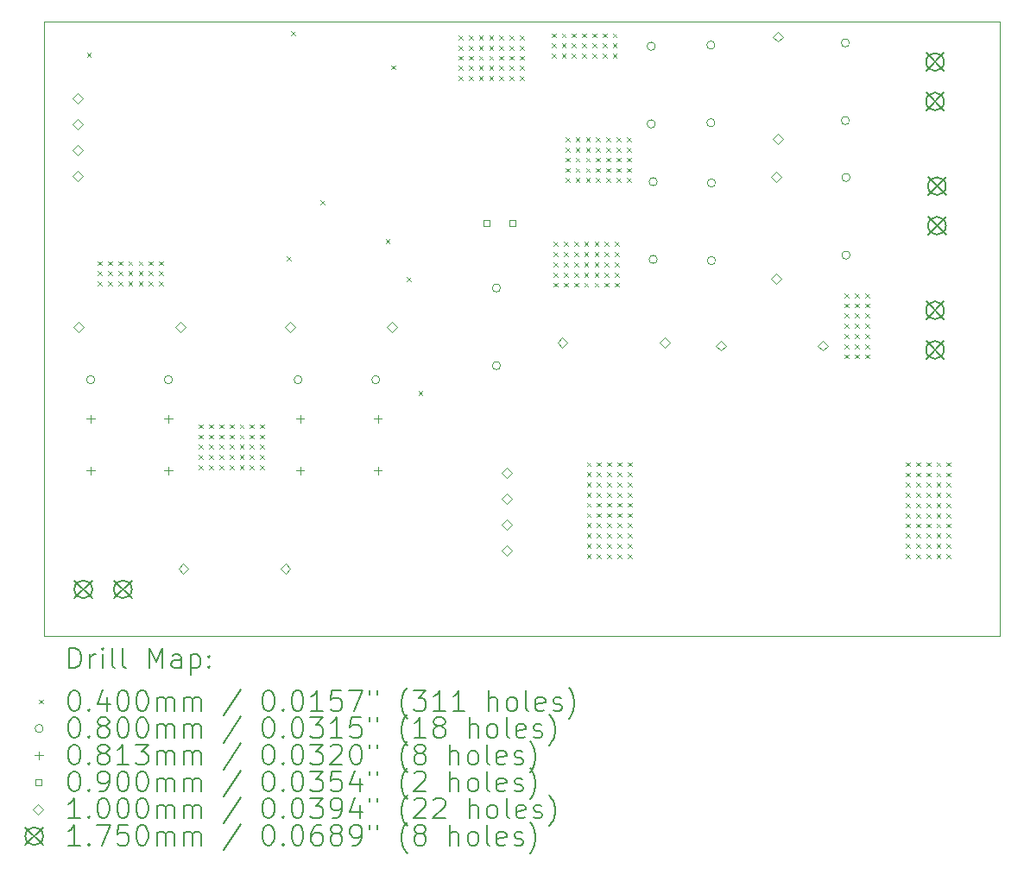
<source format=gbr>
%TF.GenerationSoftware,KiCad,Pcbnew,6.0.8-f2edbf62ab~116~ubuntu20.04.1*%
%TF.CreationDate,2023-03-15T13:48:02-03:00*%
%TF.ProjectId,placa-TAI,706c6163-612d-4544-9149-2e6b69636164,rev?*%
%TF.SameCoordinates,Original*%
%TF.FileFunction,Drillmap*%
%TF.FilePolarity,Positive*%
%FSLAX45Y45*%
G04 Gerber Fmt 4.5, Leading zero omitted, Abs format (unit mm)*
G04 Created by KiCad (PCBNEW 6.0.8-f2edbf62ab~116~ubuntu20.04.1) date 2023-03-15 13:48:02*
%MOMM*%
%LPD*%
G01*
G04 APERTURE LIST*
%ADD10C,0.100000*%
%ADD11C,0.200000*%
%ADD12C,0.040000*%
%ADD13C,0.080000*%
%ADD14C,0.081280*%
%ADD15C,0.090000*%
%ADD16C,0.175000*%
G04 APERTURE END LIST*
D10*
X9115000Y-6069000D02*
X18489000Y-6069000D01*
X18489000Y-6069000D02*
X18489000Y-12100000D01*
X18489000Y-12100000D02*
X9115000Y-12100000D01*
X9115000Y-12100000D02*
X9115000Y-6069000D01*
D11*
D12*
X9538000Y-6379000D02*
X9578000Y-6419000D01*
X9578000Y-6379000D02*
X9538000Y-6419000D01*
X9646000Y-8423000D02*
X9686000Y-8463000D01*
X9686000Y-8423000D02*
X9646000Y-8463000D01*
X9646000Y-8523000D02*
X9686000Y-8563000D01*
X9686000Y-8523000D02*
X9646000Y-8563000D01*
X9646000Y-8623000D02*
X9686000Y-8663000D01*
X9686000Y-8623000D02*
X9646000Y-8663000D01*
X9746000Y-8423000D02*
X9786000Y-8463000D01*
X9786000Y-8423000D02*
X9746000Y-8463000D01*
X9746000Y-8523000D02*
X9786000Y-8563000D01*
X9786000Y-8523000D02*
X9746000Y-8563000D01*
X9746000Y-8623000D02*
X9786000Y-8663000D01*
X9786000Y-8623000D02*
X9746000Y-8663000D01*
X9846000Y-8423000D02*
X9886000Y-8463000D01*
X9886000Y-8423000D02*
X9846000Y-8463000D01*
X9846000Y-8523000D02*
X9886000Y-8563000D01*
X9886000Y-8523000D02*
X9846000Y-8563000D01*
X9846000Y-8623000D02*
X9886000Y-8663000D01*
X9886000Y-8623000D02*
X9846000Y-8663000D01*
X9946000Y-8423000D02*
X9986000Y-8463000D01*
X9986000Y-8423000D02*
X9946000Y-8463000D01*
X9946000Y-8523000D02*
X9986000Y-8563000D01*
X9986000Y-8523000D02*
X9946000Y-8563000D01*
X9946000Y-8623000D02*
X9986000Y-8663000D01*
X9986000Y-8623000D02*
X9946000Y-8663000D01*
X10046000Y-8423000D02*
X10086000Y-8463000D01*
X10086000Y-8423000D02*
X10046000Y-8463000D01*
X10046000Y-8523000D02*
X10086000Y-8563000D01*
X10086000Y-8523000D02*
X10046000Y-8563000D01*
X10046000Y-8623000D02*
X10086000Y-8663000D01*
X10086000Y-8623000D02*
X10046000Y-8663000D01*
X10146000Y-8423000D02*
X10186000Y-8463000D01*
X10186000Y-8423000D02*
X10146000Y-8463000D01*
X10146000Y-8523000D02*
X10186000Y-8563000D01*
X10186000Y-8523000D02*
X10146000Y-8563000D01*
X10146000Y-8623000D02*
X10186000Y-8663000D01*
X10186000Y-8623000D02*
X10146000Y-8663000D01*
X10246000Y-8423000D02*
X10286000Y-8463000D01*
X10286000Y-8423000D02*
X10246000Y-8463000D01*
X10246000Y-8523000D02*
X10286000Y-8563000D01*
X10286000Y-8523000D02*
X10246000Y-8563000D01*
X10246000Y-8623000D02*
X10286000Y-8663000D01*
X10286000Y-8623000D02*
X10246000Y-8663000D01*
X10638000Y-10024000D02*
X10678000Y-10064000D01*
X10678000Y-10024000D02*
X10638000Y-10064000D01*
X10638000Y-10124000D02*
X10678000Y-10164000D01*
X10678000Y-10124000D02*
X10638000Y-10164000D01*
X10638000Y-10224000D02*
X10678000Y-10264000D01*
X10678000Y-10224000D02*
X10638000Y-10264000D01*
X10638000Y-10324000D02*
X10678000Y-10364000D01*
X10678000Y-10324000D02*
X10638000Y-10364000D01*
X10638000Y-10424000D02*
X10678000Y-10464000D01*
X10678000Y-10424000D02*
X10638000Y-10464000D01*
X10738000Y-10024000D02*
X10778000Y-10064000D01*
X10778000Y-10024000D02*
X10738000Y-10064000D01*
X10738000Y-10124000D02*
X10778000Y-10164000D01*
X10778000Y-10124000D02*
X10738000Y-10164000D01*
X10738000Y-10224000D02*
X10778000Y-10264000D01*
X10778000Y-10224000D02*
X10738000Y-10264000D01*
X10738000Y-10324000D02*
X10778000Y-10364000D01*
X10778000Y-10324000D02*
X10738000Y-10364000D01*
X10738000Y-10424000D02*
X10778000Y-10464000D01*
X10778000Y-10424000D02*
X10738000Y-10464000D01*
X10838000Y-10024000D02*
X10878000Y-10064000D01*
X10878000Y-10024000D02*
X10838000Y-10064000D01*
X10838000Y-10124000D02*
X10878000Y-10164000D01*
X10878000Y-10124000D02*
X10838000Y-10164000D01*
X10838000Y-10224000D02*
X10878000Y-10264000D01*
X10878000Y-10224000D02*
X10838000Y-10264000D01*
X10838000Y-10324000D02*
X10878000Y-10364000D01*
X10878000Y-10324000D02*
X10838000Y-10364000D01*
X10838000Y-10424000D02*
X10878000Y-10464000D01*
X10878000Y-10424000D02*
X10838000Y-10464000D01*
X10938000Y-10024000D02*
X10978000Y-10064000D01*
X10978000Y-10024000D02*
X10938000Y-10064000D01*
X10938000Y-10124000D02*
X10978000Y-10164000D01*
X10978000Y-10124000D02*
X10938000Y-10164000D01*
X10938000Y-10224000D02*
X10978000Y-10264000D01*
X10978000Y-10224000D02*
X10938000Y-10264000D01*
X10938000Y-10324000D02*
X10978000Y-10364000D01*
X10978000Y-10324000D02*
X10938000Y-10364000D01*
X10938000Y-10424000D02*
X10978000Y-10464000D01*
X10978000Y-10424000D02*
X10938000Y-10464000D01*
X11038000Y-10024000D02*
X11078000Y-10064000D01*
X11078000Y-10024000D02*
X11038000Y-10064000D01*
X11038000Y-10124000D02*
X11078000Y-10164000D01*
X11078000Y-10124000D02*
X11038000Y-10164000D01*
X11038000Y-10224000D02*
X11078000Y-10264000D01*
X11078000Y-10224000D02*
X11038000Y-10264000D01*
X11038000Y-10324000D02*
X11078000Y-10364000D01*
X11078000Y-10324000D02*
X11038000Y-10364000D01*
X11038000Y-10424000D02*
X11078000Y-10464000D01*
X11078000Y-10424000D02*
X11038000Y-10464000D01*
X11138000Y-10024000D02*
X11178000Y-10064000D01*
X11178000Y-10024000D02*
X11138000Y-10064000D01*
X11138000Y-10124000D02*
X11178000Y-10164000D01*
X11178000Y-10124000D02*
X11138000Y-10164000D01*
X11138000Y-10224000D02*
X11178000Y-10264000D01*
X11178000Y-10224000D02*
X11138000Y-10264000D01*
X11138000Y-10324000D02*
X11178000Y-10364000D01*
X11178000Y-10324000D02*
X11138000Y-10364000D01*
X11138000Y-10424000D02*
X11178000Y-10464000D01*
X11178000Y-10424000D02*
X11138000Y-10464000D01*
X11238000Y-10024000D02*
X11278000Y-10064000D01*
X11278000Y-10024000D02*
X11238000Y-10064000D01*
X11238000Y-10124000D02*
X11278000Y-10164000D01*
X11278000Y-10124000D02*
X11238000Y-10164000D01*
X11238000Y-10224000D02*
X11278000Y-10264000D01*
X11278000Y-10224000D02*
X11238000Y-10264000D01*
X11238000Y-10324000D02*
X11278000Y-10364000D01*
X11278000Y-10324000D02*
X11238000Y-10364000D01*
X11238000Y-10424000D02*
X11278000Y-10464000D01*
X11278000Y-10424000D02*
X11238000Y-10464000D01*
X11499000Y-8376000D02*
X11539000Y-8416000D01*
X11539000Y-8376000D02*
X11499000Y-8416000D01*
X11541430Y-6165920D02*
X11581430Y-6205920D01*
X11581430Y-6165920D02*
X11541430Y-6205920D01*
X11831000Y-7824000D02*
X11871000Y-7864000D01*
X11871000Y-7824000D02*
X11831000Y-7864000D01*
X12467780Y-8205150D02*
X12507780Y-8245150D01*
X12507780Y-8205150D02*
X12467780Y-8245150D01*
X12525780Y-6500330D02*
X12565780Y-6540330D01*
X12565780Y-6500330D02*
X12525780Y-6540330D01*
X12676000Y-8578000D02*
X12716000Y-8618000D01*
X12716000Y-8578000D02*
X12676000Y-8618000D01*
X12790000Y-9697000D02*
X12830000Y-9737000D01*
X12830000Y-9697000D02*
X12790000Y-9737000D01*
X13184000Y-6208000D02*
X13224000Y-6248000D01*
X13224000Y-6208000D02*
X13184000Y-6248000D01*
X13184000Y-6308000D02*
X13224000Y-6348000D01*
X13224000Y-6308000D02*
X13184000Y-6348000D01*
X13184000Y-6408000D02*
X13224000Y-6448000D01*
X13224000Y-6408000D02*
X13184000Y-6448000D01*
X13184000Y-6508000D02*
X13224000Y-6548000D01*
X13224000Y-6508000D02*
X13184000Y-6548000D01*
X13184000Y-6608000D02*
X13224000Y-6648000D01*
X13224000Y-6608000D02*
X13184000Y-6648000D01*
X13284000Y-6208000D02*
X13324000Y-6248000D01*
X13324000Y-6208000D02*
X13284000Y-6248000D01*
X13284000Y-6308000D02*
X13324000Y-6348000D01*
X13324000Y-6308000D02*
X13284000Y-6348000D01*
X13284000Y-6408000D02*
X13324000Y-6448000D01*
X13324000Y-6408000D02*
X13284000Y-6448000D01*
X13284000Y-6508000D02*
X13324000Y-6548000D01*
X13324000Y-6508000D02*
X13284000Y-6548000D01*
X13284000Y-6608000D02*
X13324000Y-6648000D01*
X13324000Y-6608000D02*
X13284000Y-6648000D01*
X13384000Y-6208000D02*
X13424000Y-6248000D01*
X13424000Y-6208000D02*
X13384000Y-6248000D01*
X13384000Y-6308000D02*
X13424000Y-6348000D01*
X13424000Y-6308000D02*
X13384000Y-6348000D01*
X13384000Y-6408000D02*
X13424000Y-6448000D01*
X13424000Y-6408000D02*
X13384000Y-6448000D01*
X13384000Y-6508000D02*
X13424000Y-6548000D01*
X13424000Y-6508000D02*
X13384000Y-6548000D01*
X13384000Y-6608000D02*
X13424000Y-6648000D01*
X13424000Y-6608000D02*
X13384000Y-6648000D01*
X13484000Y-6208000D02*
X13524000Y-6248000D01*
X13524000Y-6208000D02*
X13484000Y-6248000D01*
X13484000Y-6308000D02*
X13524000Y-6348000D01*
X13524000Y-6308000D02*
X13484000Y-6348000D01*
X13484000Y-6408000D02*
X13524000Y-6448000D01*
X13524000Y-6408000D02*
X13484000Y-6448000D01*
X13484000Y-6508000D02*
X13524000Y-6548000D01*
X13524000Y-6508000D02*
X13484000Y-6548000D01*
X13484000Y-6608000D02*
X13524000Y-6648000D01*
X13524000Y-6608000D02*
X13484000Y-6648000D01*
X13584000Y-6208000D02*
X13624000Y-6248000D01*
X13624000Y-6208000D02*
X13584000Y-6248000D01*
X13584000Y-6308000D02*
X13624000Y-6348000D01*
X13624000Y-6308000D02*
X13584000Y-6348000D01*
X13584000Y-6408000D02*
X13624000Y-6448000D01*
X13624000Y-6408000D02*
X13584000Y-6448000D01*
X13584000Y-6508000D02*
X13624000Y-6548000D01*
X13624000Y-6508000D02*
X13584000Y-6548000D01*
X13584000Y-6608000D02*
X13624000Y-6648000D01*
X13624000Y-6608000D02*
X13584000Y-6648000D01*
X13684000Y-6208000D02*
X13724000Y-6248000D01*
X13724000Y-6208000D02*
X13684000Y-6248000D01*
X13684000Y-6308000D02*
X13724000Y-6348000D01*
X13724000Y-6308000D02*
X13684000Y-6348000D01*
X13684000Y-6408000D02*
X13724000Y-6448000D01*
X13724000Y-6408000D02*
X13684000Y-6448000D01*
X13684000Y-6508000D02*
X13724000Y-6548000D01*
X13724000Y-6508000D02*
X13684000Y-6548000D01*
X13684000Y-6608000D02*
X13724000Y-6648000D01*
X13724000Y-6608000D02*
X13684000Y-6648000D01*
X13784000Y-6208000D02*
X13824000Y-6248000D01*
X13824000Y-6208000D02*
X13784000Y-6248000D01*
X13784000Y-6308000D02*
X13824000Y-6348000D01*
X13824000Y-6308000D02*
X13784000Y-6348000D01*
X13784000Y-6408000D02*
X13824000Y-6448000D01*
X13824000Y-6408000D02*
X13784000Y-6448000D01*
X13784000Y-6508000D02*
X13824000Y-6548000D01*
X13824000Y-6508000D02*
X13784000Y-6548000D01*
X13784000Y-6608000D02*
X13824000Y-6648000D01*
X13824000Y-6608000D02*
X13784000Y-6648000D01*
X14096000Y-6187000D02*
X14136000Y-6227000D01*
X14136000Y-6187000D02*
X14096000Y-6227000D01*
X14096000Y-6287000D02*
X14136000Y-6327000D01*
X14136000Y-6287000D02*
X14096000Y-6327000D01*
X14096000Y-6387000D02*
X14136000Y-6427000D01*
X14136000Y-6387000D02*
X14096000Y-6427000D01*
X14117000Y-8235000D02*
X14157000Y-8275000D01*
X14157000Y-8235000D02*
X14117000Y-8275000D01*
X14117000Y-8335000D02*
X14157000Y-8375000D01*
X14157000Y-8335000D02*
X14117000Y-8375000D01*
X14117000Y-8435000D02*
X14157000Y-8475000D01*
X14157000Y-8435000D02*
X14117000Y-8475000D01*
X14117000Y-8535000D02*
X14157000Y-8575000D01*
X14157000Y-8535000D02*
X14117000Y-8575000D01*
X14117000Y-8635000D02*
X14157000Y-8675000D01*
X14157000Y-8635000D02*
X14117000Y-8675000D01*
X14196000Y-6187000D02*
X14236000Y-6227000D01*
X14236000Y-6187000D02*
X14196000Y-6227000D01*
X14196000Y-6287000D02*
X14236000Y-6327000D01*
X14236000Y-6287000D02*
X14196000Y-6327000D01*
X14196000Y-6387000D02*
X14236000Y-6427000D01*
X14236000Y-6387000D02*
X14196000Y-6427000D01*
X14217000Y-8235000D02*
X14257000Y-8275000D01*
X14257000Y-8235000D02*
X14217000Y-8275000D01*
X14217000Y-8335000D02*
X14257000Y-8375000D01*
X14257000Y-8335000D02*
X14217000Y-8375000D01*
X14217000Y-8435000D02*
X14257000Y-8475000D01*
X14257000Y-8435000D02*
X14217000Y-8475000D01*
X14217000Y-8535000D02*
X14257000Y-8575000D01*
X14257000Y-8535000D02*
X14217000Y-8575000D01*
X14217000Y-8635000D02*
X14257000Y-8675000D01*
X14257000Y-8635000D02*
X14217000Y-8675000D01*
X14232000Y-7208000D02*
X14272000Y-7248000D01*
X14272000Y-7208000D02*
X14232000Y-7248000D01*
X14232000Y-7308000D02*
X14272000Y-7348000D01*
X14272000Y-7308000D02*
X14232000Y-7348000D01*
X14232000Y-7408000D02*
X14272000Y-7448000D01*
X14272000Y-7408000D02*
X14232000Y-7448000D01*
X14232000Y-7508000D02*
X14272000Y-7548000D01*
X14272000Y-7508000D02*
X14232000Y-7548000D01*
X14232000Y-7608000D02*
X14272000Y-7648000D01*
X14272000Y-7608000D02*
X14232000Y-7648000D01*
X14296000Y-6187000D02*
X14336000Y-6227000D01*
X14336000Y-6187000D02*
X14296000Y-6227000D01*
X14296000Y-6287000D02*
X14336000Y-6327000D01*
X14336000Y-6287000D02*
X14296000Y-6327000D01*
X14296000Y-6387000D02*
X14336000Y-6427000D01*
X14336000Y-6387000D02*
X14296000Y-6427000D01*
X14317000Y-8235000D02*
X14357000Y-8275000D01*
X14357000Y-8235000D02*
X14317000Y-8275000D01*
X14317000Y-8335000D02*
X14357000Y-8375000D01*
X14357000Y-8335000D02*
X14317000Y-8375000D01*
X14317000Y-8435000D02*
X14357000Y-8475000D01*
X14357000Y-8435000D02*
X14317000Y-8475000D01*
X14317000Y-8535000D02*
X14357000Y-8575000D01*
X14357000Y-8535000D02*
X14317000Y-8575000D01*
X14317000Y-8635000D02*
X14357000Y-8675000D01*
X14357000Y-8635000D02*
X14317000Y-8675000D01*
X14332000Y-7208000D02*
X14372000Y-7248000D01*
X14372000Y-7208000D02*
X14332000Y-7248000D01*
X14332000Y-7308000D02*
X14372000Y-7348000D01*
X14372000Y-7308000D02*
X14332000Y-7348000D01*
X14332000Y-7408000D02*
X14372000Y-7448000D01*
X14372000Y-7408000D02*
X14332000Y-7448000D01*
X14332000Y-7508000D02*
X14372000Y-7548000D01*
X14372000Y-7508000D02*
X14332000Y-7548000D01*
X14332000Y-7608000D02*
X14372000Y-7648000D01*
X14372000Y-7608000D02*
X14332000Y-7648000D01*
X14396000Y-6187000D02*
X14436000Y-6227000D01*
X14436000Y-6187000D02*
X14396000Y-6227000D01*
X14396000Y-6287000D02*
X14436000Y-6327000D01*
X14436000Y-6287000D02*
X14396000Y-6327000D01*
X14396000Y-6387000D02*
X14436000Y-6427000D01*
X14436000Y-6387000D02*
X14396000Y-6427000D01*
X14417000Y-8235000D02*
X14457000Y-8275000D01*
X14457000Y-8235000D02*
X14417000Y-8275000D01*
X14417000Y-8335000D02*
X14457000Y-8375000D01*
X14457000Y-8335000D02*
X14417000Y-8375000D01*
X14417000Y-8435000D02*
X14457000Y-8475000D01*
X14457000Y-8435000D02*
X14417000Y-8475000D01*
X14417000Y-8535000D02*
X14457000Y-8575000D01*
X14457000Y-8535000D02*
X14417000Y-8575000D01*
X14417000Y-8635000D02*
X14457000Y-8675000D01*
X14457000Y-8635000D02*
X14417000Y-8675000D01*
X14432000Y-7208000D02*
X14472000Y-7248000D01*
X14472000Y-7208000D02*
X14432000Y-7248000D01*
X14432000Y-7308000D02*
X14472000Y-7348000D01*
X14472000Y-7308000D02*
X14432000Y-7348000D01*
X14432000Y-7408000D02*
X14472000Y-7448000D01*
X14472000Y-7408000D02*
X14432000Y-7448000D01*
X14432000Y-7508000D02*
X14472000Y-7548000D01*
X14472000Y-7508000D02*
X14432000Y-7548000D01*
X14432000Y-7608000D02*
X14472000Y-7648000D01*
X14472000Y-7608000D02*
X14432000Y-7648000D01*
X14441000Y-10395000D02*
X14481000Y-10435000D01*
X14481000Y-10395000D02*
X14441000Y-10435000D01*
X14441000Y-10495000D02*
X14481000Y-10535000D01*
X14481000Y-10495000D02*
X14441000Y-10535000D01*
X14441000Y-10595000D02*
X14481000Y-10635000D01*
X14481000Y-10595000D02*
X14441000Y-10635000D01*
X14441000Y-10695000D02*
X14481000Y-10735000D01*
X14481000Y-10695000D02*
X14441000Y-10735000D01*
X14441000Y-10795000D02*
X14481000Y-10835000D01*
X14481000Y-10795000D02*
X14441000Y-10835000D01*
X14441000Y-10895000D02*
X14481000Y-10935000D01*
X14481000Y-10895000D02*
X14441000Y-10935000D01*
X14441000Y-10995000D02*
X14481000Y-11035000D01*
X14481000Y-10995000D02*
X14441000Y-11035000D01*
X14441000Y-11095000D02*
X14481000Y-11135000D01*
X14481000Y-11095000D02*
X14441000Y-11135000D01*
X14441000Y-11195000D02*
X14481000Y-11235000D01*
X14481000Y-11195000D02*
X14441000Y-11235000D01*
X14441000Y-11295000D02*
X14481000Y-11335000D01*
X14481000Y-11295000D02*
X14441000Y-11335000D01*
X14496000Y-6187000D02*
X14536000Y-6227000D01*
X14536000Y-6187000D02*
X14496000Y-6227000D01*
X14496000Y-6287000D02*
X14536000Y-6327000D01*
X14536000Y-6287000D02*
X14496000Y-6327000D01*
X14496000Y-6387000D02*
X14536000Y-6427000D01*
X14536000Y-6387000D02*
X14496000Y-6427000D01*
X14517000Y-8235000D02*
X14557000Y-8275000D01*
X14557000Y-8235000D02*
X14517000Y-8275000D01*
X14517000Y-8335000D02*
X14557000Y-8375000D01*
X14557000Y-8335000D02*
X14517000Y-8375000D01*
X14517000Y-8435000D02*
X14557000Y-8475000D01*
X14557000Y-8435000D02*
X14517000Y-8475000D01*
X14517000Y-8535000D02*
X14557000Y-8575000D01*
X14557000Y-8535000D02*
X14517000Y-8575000D01*
X14517000Y-8635000D02*
X14557000Y-8675000D01*
X14557000Y-8635000D02*
X14517000Y-8675000D01*
X14532000Y-7208000D02*
X14572000Y-7248000D01*
X14572000Y-7208000D02*
X14532000Y-7248000D01*
X14532000Y-7308000D02*
X14572000Y-7348000D01*
X14572000Y-7308000D02*
X14532000Y-7348000D01*
X14532000Y-7408000D02*
X14572000Y-7448000D01*
X14572000Y-7408000D02*
X14532000Y-7448000D01*
X14532000Y-7508000D02*
X14572000Y-7548000D01*
X14572000Y-7508000D02*
X14532000Y-7548000D01*
X14532000Y-7608000D02*
X14572000Y-7648000D01*
X14572000Y-7608000D02*
X14532000Y-7648000D01*
X14541000Y-10395000D02*
X14581000Y-10435000D01*
X14581000Y-10395000D02*
X14541000Y-10435000D01*
X14541000Y-10495000D02*
X14581000Y-10535000D01*
X14581000Y-10495000D02*
X14541000Y-10535000D01*
X14541000Y-10595000D02*
X14581000Y-10635000D01*
X14581000Y-10595000D02*
X14541000Y-10635000D01*
X14541000Y-10695000D02*
X14581000Y-10735000D01*
X14581000Y-10695000D02*
X14541000Y-10735000D01*
X14541000Y-10795000D02*
X14581000Y-10835000D01*
X14581000Y-10795000D02*
X14541000Y-10835000D01*
X14541000Y-10895000D02*
X14581000Y-10935000D01*
X14581000Y-10895000D02*
X14541000Y-10935000D01*
X14541000Y-10995000D02*
X14581000Y-11035000D01*
X14581000Y-10995000D02*
X14541000Y-11035000D01*
X14541000Y-11095000D02*
X14581000Y-11135000D01*
X14581000Y-11095000D02*
X14541000Y-11135000D01*
X14541000Y-11195000D02*
X14581000Y-11235000D01*
X14581000Y-11195000D02*
X14541000Y-11235000D01*
X14541000Y-11295000D02*
X14581000Y-11335000D01*
X14581000Y-11295000D02*
X14541000Y-11335000D01*
X14596000Y-6187000D02*
X14636000Y-6227000D01*
X14636000Y-6187000D02*
X14596000Y-6227000D01*
X14596000Y-6287000D02*
X14636000Y-6327000D01*
X14636000Y-6287000D02*
X14596000Y-6327000D01*
X14596000Y-6387000D02*
X14636000Y-6427000D01*
X14636000Y-6387000D02*
X14596000Y-6427000D01*
X14617000Y-8235000D02*
X14657000Y-8275000D01*
X14657000Y-8235000D02*
X14617000Y-8275000D01*
X14617000Y-8335000D02*
X14657000Y-8375000D01*
X14657000Y-8335000D02*
X14617000Y-8375000D01*
X14617000Y-8435000D02*
X14657000Y-8475000D01*
X14657000Y-8435000D02*
X14617000Y-8475000D01*
X14617000Y-8535000D02*
X14657000Y-8575000D01*
X14657000Y-8535000D02*
X14617000Y-8575000D01*
X14617000Y-8635000D02*
X14657000Y-8675000D01*
X14657000Y-8635000D02*
X14617000Y-8675000D01*
X14632000Y-7208000D02*
X14672000Y-7248000D01*
X14672000Y-7208000D02*
X14632000Y-7248000D01*
X14632000Y-7308000D02*
X14672000Y-7348000D01*
X14672000Y-7308000D02*
X14632000Y-7348000D01*
X14632000Y-7408000D02*
X14672000Y-7448000D01*
X14672000Y-7408000D02*
X14632000Y-7448000D01*
X14632000Y-7508000D02*
X14672000Y-7548000D01*
X14672000Y-7508000D02*
X14632000Y-7548000D01*
X14632000Y-7608000D02*
X14672000Y-7648000D01*
X14672000Y-7608000D02*
X14632000Y-7648000D01*
X14641000Y-10395000D02*
X14681000Y-10435000D01*
X14681000Y-10395000D02*
X14641000Y-10435000D01*
X14641000Y-10495000D02*
X14681000Y-10535000D01*
X14681000Y-10495000D02*
X14641000Y-10535000D01*
X14641000Y-10595000D02*
X14681000Y-10635000D01*
X14681000Y-10595000D02*
X14641000Y-10635000D01*
X14641000Y-10695000D02*
X14681000Y-10735000D01*
X14681000Y-10695000D02*
X14641000Y-10735000D01*
X14641000Y-10795000D02*
X14681000Y-10835000D01*
X14681000Y-10795000D02*
X14641000Y-10835000D01*
X14641000Y-10895000D02*
X14681000Y-10935000D01*
X14681000Y-10895000D02*
X14641000Y-10935000D01*
X14641000Y-10995000D02*
X14681000Y-11035000D01*
X14681000Y-10995000D02*
X14641000Y-11035000D01*
X14641000Y-11095000D02*
X14681000Y-11135000D01*
X14681000Y-11095000D02*
X14641000Y-11135000D01*
X14641000Y-11195000D02*
X14681000Y-11235000D01*
X14681000Y-11195000D02*
X14641000Y-11235000D01*
X14641000Y-11295000D02*
X14681000Y-11335000D01*
X14681000Y-11295000D02*
X14641000Y-11335000D01*
X14696000Y-6187000D02*
X14736000Y-6227000D01*
X14736000Y-6187000D02*
X14696000Y-6227000D01*
X14696000Y-6287000D02*
X14736000Y-6327000D01*
X14736000Y-6287000D02*
X14696000Y-6327000D01*
X14696000Y-6387000D02*
X14736000Y-6427000D01*
X14736000Y-6387000D02*
X14696000Y-6427000D01*
X14717000Y-8235000D02*
X14757000Y-8275000D01*
X14757000Y-8235000D02*
X14717000Y-8275000D01*
X14717000Y-8335000D02*
X14757000Y-8375000D01*
X14757000Y-8335000D02*
X14717000Y-8375000D01*
X14717000Y-8435000D02*
X14757000Y-8475000D01*
X14757000Y-8435000D02*
X14717000Y-8475000D01*
X14717000Y-8535000D02*
X14757000Y-8575000D01*
X14757000Y-8535000D02*
X14717000Y-8575000D01*
X14717000Y-8635000D02*
X14757000Y-8675000D01*
X14757000Y-8635000D02*
X14717000Y-8675000D01*
X14732000Y-7208000D02*
X14772000Y-7248000D01*
X14772000Y-7208000D02*
X14732000Y-7248000D01*
X14732000Y-7308000D02*
X14772000Y-7348000D01*
X14772000Y-7308000D02*
X14732000Y-7348000D01*
X14732000Y-7408000D02*
X14772000Y-7448000D01*
X14772000Y-7408000D02*
X14732000Y-7448000D01*
X14732000Y-7508000D02*
X14772000Y-7548000D01*
X14772000Y-7508000D02*
X14732000Y-7548000D01*
X14732000Y-7608000D02*
X14772000Y-7648000D01*
X14772000Y-7608000D02*
X14732000Y-7648000D01*
X14741000Y-10395000D02*
X14781000Y-10435000D01*
X14781000Y-10395000D02*
X14741000Y-10435000D01*
X14741000Y-10495000D02*
X14781000Y-10535000D01*
X14781000Y-10495000D02*
X14741000Y-10535000D01*
X14741000Y-10595000D02*
X14781000Y-10635000D01*
X14781000Y-10595000D02*
X14741000Y-10635000D01*
X14741000Y-10695000D02*
X14781000Y-10735000D01*
X14781000Y-10695000D02*
X14741000Y-10735000D01*
X14741000Y-10795000D02*
X14781000Y-10835000D01*
X14781000Y-10795000D02*
X14741000Y-10835000D01*
X14741000Y-10895000D02*
X14781000Y-10935000D01*
X14781000Y-10895000D02*
X14741000Y-10935000D01*
X14741000Y-10995000D02*
X14781000Y-11035000D01*
X14781000Y-10995000D02*
X14741000Y-11035000D01*
X14741000Y-11095000D02*
X14781000Y-11135000D01*
X14781000Y-11095000D02*
X14741000Y-11135000D01*
X14741000Y-11195000D02*
X14781000Y-11235000D01*
X14781000Y-11195000D02*
X14741000Y-11235000D01*
X14741000Y-11295000D02*
X14781000Y-11335000D01*
X14781000Y-11295000D02*
X14741000Y-11335000D01*
X14832000Y-7208000D02*
X14872000Y-7248000D01*
X14872000Y-7208000D02*
X14832000Y-7248000D01*
X14832000Y-7308000D02*
X14872000Y-7348000D01*
X14872000Y-7308000D02*
X14832000Y-7348000D01*
X14832000Y-7408000D02*
X14872000Y-7448000D01*
X14872000Y-7408000D02*
X14832000Y-7448000D01*
X14832000Y-7508000D02*
X14872000Y-7548000D01*
X14872000Y-7508000D02*
X14832000Y-7548000D01*
X14832000Y-7608000D02*
X14872000Y-7648000D01*
X14872000Y-7608000D02*
X14832000Y-7648000D01*
X14841000Y-10395000D02*
X14881000Y-10435000D01*
X14881000Y-10395000D02*
X14841000Y-10435000D01*
X14841000Y-10495000D02*
X14881000Y-10535000D01*
X14881000Y-10495000D02*
X14841000Y-10535000D01*
X14841000Y-10595000D02*
X14881000Y-10635000D01*
X14881000Y-10595000D02*
X14841000Y-10635000D01*
X14841000Y-10695000D02*
X14881000Y-10735000D01*
X14881000Y-10695000D02*
X14841000Y-10735000D01*
X14841000Y-10795000D02*
X14881000Y-10835000D01*
X14881000Y-10795000D02*
X14841000Y-10835000D01*
X14841000Y-10895000D02*
X14881000Y-10935000D01*
X14881000Y-10895000D02*
X14841000Y-10935000D01*
X14841000Y-10995000D02*
X14881000Y-11035000D01*
X14881000Y-10995000D02*
X14841000Y-11035000D01*
X14841000Y-11095000D02*
X14881000Y-11135000D01*
X14881000Y-11095000D02*
X14841000Y-11135000D01*
X14841000Y-11195000D02*
X14881000Y-11235000D01*
X14881000Y-11195000D02*
X14841000Y-11235000D01*
X14841000Y-11295000D02*
X14881000Y-11335000D01*
X14881000Y-11295000D02*
X14841000Y-11335000D01*
X16971000Y-8738000D02*
X17011000Y-8778000D01*
X17011000Y-8738000D02*
X16971000Y-8778000D01*
X16971000Y-8838000D02*
X17011000Y-8878000D01*
X17011000Y-8838000D02*
X16971000Y-8878000D01*
X16971000Y-8938000D02*
X17011000Y-8978000D01*
X17011000Y-8938000D02*
X16971000Y-8978000D01*
X16971000Y-9038000D02*
X17011000Y-9078000D01*
X17011000Y-9038000D02*
X16971000Y-9078000D01*
X16971000Y-9138000D02*
X17011000Y-9178000D01*
X17011000Y-9138000D02*
X16971000Y-9178000D01*
X16971000Y-9238000D02*
X17011000Y-9278000D01*
X17011000Y-9238000D02*
X16971000Y-9278000D01*
X16971000Y-9338000D02*
X17011000Y-9378000D01*
X17011000Y-9338000D02*
X16971000Y-9378000D01*
X17071000Y-8738000D02*
X17111000Y-8778000D01*
X17111000Y-8738000D02*
X17071000Y-8778000D01*
X17071000Y-8838000D02*
X17111000Y-8878000D01*
X17111000Y-8838000D02*
X17071000Y-8878000D01*
X17071000Y-8938000D02*
X17111000Y-8978000D01*
X17111000Y-8938000D02*
X17071000Y-8978000D01*
X17071000Y-9038000D02*
X17111000Y-9078000D01*
X17111000Y-9038000D02*
X17071000Y-9078000D01*
X17071000Y-9138000D02*
X17111000Y-9178000D01*
X17111000Y-9138000D02*
X17071000Y-9178000D01*
X17071000Y-9238000D02*
X17111000Y-9278000D01*
X17111000Y-9238000D02*
X17071000Y-9278000D01*
X17071000Y-9338000D02*
X17111000Y-9378000D01*
X17111000Y-9338000D02*
X17071000Y-9378000D01*
X17171000Y-8738000D02*
X17211000Y-8778000D01*
X17211000Y-8738000D02*
X17171000Y-8778000D01*
X17171000Y-8838000D02*
X17211000Y-8878000D01*
X17211000Y-8838000D02*
X17171000Y-8878000D01*
X17171000Y-8938000D02*
X17211000Y-8978000D01*
X17211000Y-8938000D02*
X17171000Y-8978000D01*
X17171000Y-9038000D02*
X17211000Y-9078000D01*
X17211000Y-9038000D02*
X17171000Y-9078000D01*
X17171000Y-9138000D02*
X17211000Y-9178000D01*
X17211000Y-9138000D02*
X17171000Y-9178000D01*
X17171000Y-9238000D02*
X17211000Y-9278000D01*
X17211000Y-9238000D02*
X17171000Y-9278000D01*
X17171000Y-9338000D02*
X17211000Y-9378000D01*
X17211000Y-9338000D02*
X17171000Y-9378000D01*
X17570000Y-10397000D02*
X17610000Y-10437000D01*
X17610000Y-10397000D02*
X17570000Y-10437000D01*
X17570000Y-10497000D02*
X17610000Y-10537000D01*
X17610000Y-10497000D02*
X17570000Y-10537000D01*
X17570000Y-10597000D02*
X17610000Y-10637000D01*
X17610000Y-10597000D02*
X17570000Y-10637000D01*
X17570000Y-10697000D02*
X17610000Y-10737000D01*
X17610000Y-10697000D02*
X17570000Y-10737000D01*
X17570000Y-10797000D02*
X17610000Y-10837000D01*
X17610000Y-10797000D02*
X17570000Y-10837000D01*
X17570000Y-10897000D02*
X17610000Y-10937000D01*
X17610000Y-10897000D02*
X17570000Y-10937000D01*
X17570000Y-10997000D02*
X17610000Y-11037000D01*
X17610000Y-10997000D02*
X17570000Y-11037000D01*
X17570000Y-11097000D02*
X17610000Y-11137000D01*
X17610000Y-11097000D02*
X17570000Y-11137000D01*
X17570000Y-11197000D02*
X17610000Y-11237000D01*
X17610000Y-11197000D02*
X17570000Y-11237000D01*
X17570000Y-11297000D02*
X17610000Y-11337000D01*
X17610000Y-11297000D02*
X17570000Y-11337000D01*
X17670000Y-10397000D02*
X17710000Y-10437000D01*
X17710000Y-10397000D02*
X17670000Y-10437000D01*
X17670000Y-10497000D02*
X17710000Y-10537000D01*
X17710000Y-10497000D02*
X17670000Y-10537000D01*
X17670000Y-10597000D02*
X17710000Y-10637000D01*
X17710000Y-10597000D02*
X17670000Y-10637000D01*
X17670000Y-10697000D02*
X17710000Y-10737000D01*
X17710000Y-10697000D02*
X17670000Y-10737000D01*
X17670000Y-10797000D02*
X17710000Y-10837000D01*
X17710000Y-10797000D02*
X17670000Y-10837000D01*
X17670000Y-10897000D02*
X17710000Y-10937000D01*
X17710000Y-10897000D02*
X17670000Y-10937000D01*
X17670000Y-10997000D02*
X17710000Y-11037000D01*
X17710000Y-10997000D02*
X17670000Y-11037000D01*
X17670000Y-11097000D02*
X17710000Y-11137000D01*
X17710000Y-11097000D02*
X17670000Y-11137000D01*
X17670000Y-11197000D02*
X17710000Y-11237000D01*
X17710000Y-11197000D02*
X17670000Y-11237000D01*
X17670000Y-11297000D02*
X17710000Y-11337000D01*
X17710000Y-11297000D02*
X17670000Y-11337000D01*
X17770000Y-10397000D02*
X17810000Y-10437000D01*
X17810000Y-10397000D02*
X17770000Y-10437000D01*
X17770000Y-10497000D02*
X17810000Y-10537000D01*
X17810000Y-10497000D02*
X17770000Y-10537000D01*
X17770000Y-10597000D02*
X17810000Y-10637000D01*
X17810000Y-10597000D02*
X17770000Y-10637000D01*
X17770000Y-10697000D02*
X17810000Y-10737000D01*
X17810000Y-10697000D02*
X17770000Y-10737000D01*
X17770000Y-10797000D02*
X17810000Y-10837000D01*
X17810000Y-10797000D02*
X17770000Y-10837000D01*
X17770000Y-10897000D02*
X17810000Y-10937000D01*
X17810000Y-10897000D02*
X17770000Y-10937000D01*
X17770000Y-10997000D02*
X17810000Y-11037000D01*
X17810000Y-10997000D02*
X17770000Y-11037000D01*
X17770000Y-11097000D02*
X17810000Y-11137000D01*
X17810000Y-11097000D02*
X17770000Y-11137000D01*
X17770000Y-11197000D02*
X17810000Y-11237000D01*
X17810000Y-11197000D02*
X17770000Y-11237000D01*
X17770000Y-11297000D02*
X17810000Y-11337000D01*
X17810000Y-11297000D02*
X17770000Y-11337000D01*
X17870000Y-10397000D02*
X17910000Y-10437000D01*
X17910000Y-10397000D02*
X17870000Y-10437000D01*
X17870000Y-10497000D02*
X17910000Y-10537000D01*
X17910000Y-10497000D02*
X17870000Y-10537000D01*
X17870000Y-10597000D02*
X17910000Y-10637000D01*
X17910000Y-10597000D02*
X17870000Y-10637000D01*
X17870000Y-10697000D02*
X17910000Y-10737000D01*
X17910000Y-10697000D02*
X17870000Y-10737000D01*
X17870000Y-10797000D02*
X17910000Y-10837000D01*
X17910000Y-10797000D02*
X17870000Y-10837000D01*
X17870000Y-10897000D02*
X17910000Y-10937000D01*
X17910000Y-10897000D02*
X17870000Y-10937000D01*
X17870000Y-10997000D02*
X17910000Y-11037000D01*
X17910000Y-10997000D02*
X17870000Y-11037000D01*
X17870000Y-11097000D02*
X17910000Y-11137000D01*
X17910000Y-11097000D02*
X17870000Y-11137000D01*
X17870000Y-11197000D02*
X17910000Y-11237000D01*
X17910000Y-11197000D02*
X17870000Y-11237000D01*
X17870000Y-11297000D02*
X17910000Y-11337000D01*
X17910000Y-11297000D02*
X17870000Y-11337000D01*
X17970000Y-10397000D02*
X18010000Y-10437000D01*
X18010000Y-10397000D02*
X17970000Y-10437000D01*
X17970000Y-10497000D02*
X18010000Y-10537000D01*
X18010000Y-10497000D02*
X17970000Y-10537000D01*
X17970000Y-10597000D02*
X18010000Y-10637000D01*
X18010000Y-10597000D02*
X17970000Y-10637000D01*
X17970000Y-10697000D02*
X18010000Y-10737000D01*
X18010000Y-10697000D02*
X17970000Y-10737000D01*
X17970000Y-10797000D02*
X18010000Y-10837000D01*
X18010000Y-10797000D02*
X17970000Y-10837000D01*
X17970000Y-10897000D02*
X18010000Y-10937000D01*
X18010000Y-10897000D02*
X17970000Y-10937000D01*
X17970000Y-10997000D02*
X18010000Y-11037000D01*
X18010000Y-10997000D02*
X17970000Y-11037000D01*
X17970000Y-11097000D02*
X18010000Y-11137000D01*
X18010000Y-11097000D02*
X17970000Y-11137000D01*
X17970000Y-11197000D02*
X18010000Y-11237000D01*
X18010000Y-11197000D02*
X17970000Y-11237000D01*
X17970000Y-11297000D02*
X18010000Y-11337000D01*
X18010000Y-11297000D02*
X17970000Y-11337000D01*
D13*
X9616000Y-9587000D02*
G75*
G03*
X9616000Y-9587000I-40000J0D01*
G01*
X10378000Y-9587000D02*
G75*
G03*
X10378000Y-9587000I-40000J0D01*
G01*
X11650000Y-9587000D02*
G75*
G03*
X11650000Y-9587000I-40000J0D01*
G01*
X12412000Y-9587000D02*
G75*
G03*
X12412000Y-9587000I-40000J0D01*
G01*
X13595000Y-8686000D02*
G75*
G03*
X13595000Y-8686000I-40000J0D01*
G01*
X13595000Y-9448000D02*
G75*
G03*
X13595000Y-9448000I-40000J0D01*
G01*
X15113000Y-6315000D02*
G75*
G03*
X15113000Y-6315000I-40000J0D01*
G01*
X15113000Y-7077000D02*
G75*
G03*
X15113000Y-7077000I-40000J0D01*
G01*
X15132000Y-7644000D02*
G75*
G03*
X15132000Y-7644000I-40000J0D01*
G01*
X15132000Y-8406000D02*
G75*
G03*
X15132000Y-8406000I-40000J0D01*
G01*
X15698000Y-6303000D02*
G75*
G03*
X15698000Y-6303000I-40000J0D01*
G01*
X15698000Y-7065000D02*
G75*
G03*
X15698000Y-7065000I-40000J0D01*
G01*
X15703000Y-7655000D02*
G75*
G03*
X15703000Y-7655000I-40000J0D01*
G01*
X15703000Y-8417000D02*
G75*
G03*
X15703000Y-8417000I-40000J0D01*
G01*
X17016000Y-6282000D02*
G75*
G03*
X17016000Y-6282000I-40000J0D01*
G01*
X17016000Y-7044000D02*
G75*
G03*
X17016000Y-7044000I-40000J0D01*
G01*
X17023000Y-7602000D02*
G75*
G03*
X17023000Y-7602000I-40000J0D01*
G01*
X17023000Y-8364000D02*
G75*
G03*
X17023000Y-8364000I-40000J0D01*
G01*
D14*
X9576000Y-9929360D02*
X9576000Y-10010640D01*
X9535360Y-9970000D02*
X9616640Y-9970000D01*
X9576000Y-10437360D02*
X9576000Y-10518640D01*
X9535360Y-10478000D02*
X9616640Y-10478000D01*
X10338000Y-9929360D02*
X10338000Y-10010640D01*
X10297360Y-9970000D02*
X10378640Y-9970000D01*
X10338000Y-10437360D02*
X10338000Y-10518640D01*
X10297360Y-10478000D02*
X10378640Y-10478000D01*
X11630000Y-9929360D02*
X11630000Y-10010640D01*
X11589360Y-9970000D02*
X11670640Y-9970000D01*
X11630000Y-10437360D02*
X11630000Y-10518640D01*
X11589360Y-10478000D02*
X11670640Y-10478000D01*
X12392000Y-9929360D02*
X12392000Y-10010640D01*
X12351360Y-9970000D02*
X12432640Y-9970000D01*
X12392000Y-10437360D02*
X12392000Y-10518640D01*
X12351360Y-10478000D02*
X12432640Y-10478000D01*
D15*
X13489820Y-8082820D02*
X13489820Y-8019180D01*
X13426180Y-8019180D01*
X13426180Y-8082820D01*
X13489820Y-8082820D01*
X13743820Y-8082820D02*
X13743820Y-8019180D01*
X13680180Y-8019180D01*
X13680180Y-8082820D01*
X13743820Y-8082820D01*
D10*
X9446000Y-6879000D02*
X9496000Y-6829000D01*
X9446000Y-6779000D01*
X9396000Y-6829000D01*
X9446000Y-6879000D01*
X9446000Y-7133000D02*
X9496000Y-7083000D01*
X9446000Y-7033000D01*
X9396000Y-7083000D01*
X9446000Y-7133000D01*
X9446000Y-7387000D02*
X9496000Y-7337000D01*
X9446000Y-7287000D01*
X9396000Y-7337000D01*
X9446000Y-7387000D01*
X9446000Y-7641000D02*
X9496000Y-7591000D01*
X9446000Y-7541000D01*
X9396000Y-7591000D01*
X9446000Y-7641000D01*
X9457000Y-9120000D02*
X9507000Y-9070000D01*
X9457000Y-9020000D01*
X9407000Y-9070000D01*
X9457000Y-9120000D01*
X10457000Y-9120000D02*
X10507000Y-9070000D01*
X10457000Y-9020000D01*
X10407000Y-9070000D01*
X10457000Y-9120000D01*
X10486000Y-11489000D02*
X10536000Y-11439000D01*
X10486000Y-11389000D01*
X10436000Y-11439000D01*
X10486000Y-11489000D01*
X11486000Y-11489000D02*
X11536000Y-11439000D01*
X11486000Y-11389000D01*
X11436000Y-11439000D01*
X11486000Y-11489000D01*
X11534000Y-9120000D02*
X11584000Y-9070000D01*
X11534000Y-9020000D01*
X11484000Y-9070000D01*
X11534000Y-9120000D01*
X12534000Y-9120000D02*
X12584000Y-9070000D01*
X12534000Y-9020000D01*
X12484000Y-9070000D01*
X12534000Y-9120000D01*
X13656000Y-10550000D02*
X13706000Y-10500000D01*
X13656000Y-10450000D01*
X13606000Y-10500000D01*
X13656000Y-10550000D01*
X13656000Y-10804000D02*
X13706000Y-10754000D01*
X13656000Y-10704000D01*
X13606000Y-10754000D01*
X13656000Y-10804000D01*
X13656000Y-11058000D02*
X13706000Y-11008000D01*
X13656000Y-10958000D01*
X13606000Y-11008000D01*
X13656000Y-11058000D01*
X13656000Y-11312000D02*
X13706000Y-11262000D01*
X13656000Y-11212000D01*
X13606000Y-11262000D01*
X13656000Y-11312000D01*
X14203000Y-9271000D02*
X14253000Y-9221000D01*
X14203000Y-9171000D01*
X14153000Y-9221000D01*
X14203000Y-9271000D01*
X15203000Y-9271000D02*
X15253000Y-9221000D01*
X15203000Y-9171000D01*
X15153000Y-9221000D01*
X15203000Y-9271000D01*
X15757000Y-9302000D02*
X15807000Y-9252000D01*
X15757000Y-9202000D01*
X15707000Y-9252000D01*
X15757000Y-9302000D01*
X16298000Y-7645000D02*
X16348000Y-7595000D01*
X16298000Y-7545000D01*
X16248000Y-7595000D01*
X16298000Y-7645000D01*
X16298000Y-8645000D02*
X16348000Y-8595000D01*
X16298000Y-8545000D01*
X16248000Y-8595000D01*
X16298000Y-8645000D01*
X16313000Y-6271000D02*
X16363000Y-6221000D01*
X16313000Y-6171000D01*
X16263000Y-6221000D01*
X16313000Y-6271000D01*
X16313000Y-7271000D02*
X16363000Y-7221000D01*
X16313000Y-7171000D01*
X16263000Y-7221000D01*
X16313000Y-7271000D01*
X16757000Y-9302000D02*
X16807000Y-9252000D01*
X16757000Y-9202000D01*
X16707000Y-9252000D01*
X16757000Y-9302000D01*
D16*
X9416500Y-11555500D02*
X9591500Y-11730500D01*
X9591500Y-11555500D02*
X9416500Y-11730500D01*
X9591500Y-11643000D02*
G75*
G03*
X9591500Y-11643000I-87500J0D01*
G01*
X9804500Y-11555500D02*
X9979500Y-11730500D01*
X9979500Y-11555500D02*
X9804500Y-11730500D01*
X9979500Y-11643000D02*
G75*
G03*
X9979500Y-11643000I-87500J0D01*
G01*
X17768500Y-6381250D02*
X17943500Y-6556250D01*
X17943500Y-6381250D02*
X17768500Y-6556250D01*
X17943500Y-6468750D02*
G75*
G03*
X17943500Y-6468750I-87500J0D01*
G01*
X17768500Y-6769250D02*
X17943500Y-6944250D01*
X17943500Y-6769250D02*
X17768500Y-6944250D01*
X17943500Y-6856750D02*
G75*
G03*
X17943500Y-6856750I-87500J0D01*
G01*
X17768500Y-8818250D02*
X17943500Y-8993250D01*
X17943500Y-8818250D02*
X17768500Y-8993250D01*
X17943500Y-8905750D02*
G75*
G03*
X17943500Y-8905750I-87500J0D01*
G01*
X17768500Y-9206250D02*
X17943500Y-9381250D01*
X17943500Y-9206250D02*
X17768500Y-9381250D01*
X17943500Y-9293750D02*
G75*
G03*
X17943500Y-9293750I-87500J0D01*
G01*
X17787500Y-7599750D02*
X17962500Y-7774750D01*
X17962500Y-7599750D02*
X17787500Y-7774750D01*
X17962500Y-7687250D02*
G75*
G03*
X17962500Y-7687250I-87500J0D01*
G01*
X17787500Y-7987750D02*
X17962500Y-8162750D01*
X17962500Y-7987750D02*
X17787500Y-8162750D01*
X17962500Y-8075250D02*
G75*
G03*
X17962500Y-8075250I-87500J0D01*
G01*
D11*
X9367619Y-12415476D02*
X9367619Y-12215476D01*
X9415238Y-12215476D01*
X9443810Y-12225000D01*
X9462857Y-12244048D01*
X9472381Y-12263095D01*
X9481905Y-12301190D01*
X9481905Y-12329762D01*
X9472381Y-12367857D01*
X9462857Y-12386905D01*
X9443810Y-12405952D01*
X9415238Y-12415476D01*
X9367619Y-12415476D01*
X9567619Y-12415476D02*
X9567619Y-12282143D01*
X9567619Y-12320238D02*
X9577143Y-12301190D01*
X9586667Y-12291667D01*
X9605714Y-12282143D01*
X9624762Y-12282143D01*
X9691429Y-12415476D02*
X9691429Y-12282143D01*
X9691429Y-12215476D02*
X9681905Y-12225000D01*
X9691429Y-12234524D01*
X9700952Y-12225000D01*
X9691429Y-12215476D01*
X9691429Y-12234524D01*
X9815238Y-12415476D02*
X9796190Y-12405952D01*
X9786667Y-12386905D01*
X9786667Y-12215476D01*
X9920000Y-12415476D02*
X9900952Y-12405952D01*
X9891429Y-12386905D01*
X9891429Y-12215476D01*
X10148571Y-12415476D02*
X10148571Y-12215476D01*
X10215238Y-12358333D01*
X10281905Y-12215476D01*
X10281905Y-12415476D01*
X10462857Y-12415476D02*
X10462857Y-12310714D01*
X10453333Y-12291667D01*
X10434286Y-12282143D01*
X10396190Y-12282143D01*
X10377143Y-12291667D01*
X10462857Y-12405952D02*
X10443810Y-12415476D01*
X10396190Y-12415476D01*
X10377143Y-12405952D01*
X10367619Y-12386905D01*
X10367619Y-12367857D01*
X10377143Y-12348809D01*
X10396190Y-12339286D01*
X10443810Y-12339286D01*
X10462857Y-12329762D01*
X10558095Y-12282143D02*
X10558095Y-12482143D01*
X10558095Y-12291667D02*
X10577143Y-12282143D01*
X10615238Y-12282143D01*
X10634286Y-12291667D01*
X10643810Y-12301190D01*
X10653333Y-12320238D01*
X10653333Y-12377381D01*
X10643810Y-12396428D01*
X10634286Y-12405952D01*
X10615238Y-12415476D01*
X10577143Y-12415476D01*
X10558095Y-12405952D01*
X10739048Y-12396428D02*
X10748571Y-12405952D01*
X10739048Y-12415476D01*
X10729524Y-12405952D01*
X10739048Y-12396428D01*
X10739048Y-12415476D01*
X10739048Y-12291667D02*
X10748571Y-12301190D01*
X10739048Y-12310714D01*
X10729524Y-12301190D01*
X10739048Y-12291667D01*
X10739048Y-12310714D01*
D12*
X9070000Y-12725000D02*
X9110000Y-12765000D01*
X9110000Y-12725000D02*
X9070000Y-12765000D01*
D11*
X9405714Y-12635476D02*
X9424762Y-12635476D01*
X9443810Y-12645000D01*
X9453333Y-12654524D01*
X9462857Y-12673571D01*
X9472381Y-12711667D01*
X9472381Y-12759286D01*
X9462857Y-12797381D01*
X9453333Y-12816428D01*
X9443810Y-12825952D01*
X9424762Y-12835476D01*
X9405714Y-12835476D01*
X9386667Y-12825952D01*
X9377143Y-12816428D01*
X9367619Y-12797381D01*
X9358095Y-12759286D01*
X9358095Y-12711667D01*
X9367619Y-12673571D01*
X9377143Y-12654524D01*
X9386667Y-12645000D01*
X9405714Y-12635476D01*
X9558095Y-12816428D02*
X9567619Y-12825952D01*
X9558095Y-12835476D01*
X9548571Y-12825952D01*
X9558095Y-12816428D01*
X9558095Y-12835476D01*
X9739048Y-12702143D02*
X9739048Y-12835476D01*
X9691429Y-12625952D02*
X9643810Y-12768809D01*
X9767619Y-12768809D01*
X9881905Y-12635476D02*
X9900952Y-12635476D01*
X9920000Y-12645000D01*
X9929524Y-12654524D01*
X9939048Y-12673571D01*
X9948571Y-12711667D01*
X9948571Y-12759286D01*
X9939048Y-12797381D01*
X9929524Y-12816428D01*
X9920000Y-12825952D01*
X9900952Y-12835476D01*
X9881905Y-12835476D01*
X9862857Y-12825952D01*
X9853333Y-12816428D01*
X9843810Y-12797381D01*
X9834286Y-12759286D01*
X9834286Y-12711667D01*
X9843810Y-12673571D01*
X9853333Y-12654524D01*
X9862857Y-12645000D01*
X9881905Y-12635476D01*
X10072381Y-12635476D02*
X10091429Y-12635476D01*
X10110476Y-12645000D01*
X10120000Y-12654524D01*
X10129524Y-12673571D01*
X10139048Y-12711667D01*
X10139048Y-12759286D01*
X10129524Y-12797381D01*
X10120000Y-12816428D01*
X10110476Y-12825952D01*
X10091429Y-12835476D01*
X10072381Y-12835476D01*
X10053333Y-12825952D01*
X10043810Y-12816428D01*
X10034286Y-12797381D01*
X10024762Y-12759286D01*
X10024762Y-12711667D01*
X10034286Y-12673571D01*
X10043810Y-12654524D01*
X10053333Y-12645000D01*
X10072381Y-12635476D01*
X10224762Y-12835476D02*
X10224762Y-12702143D01*
X10224762Y-12721190D02*
X10234286Y-12711667D01*
X10253333Y-12702143D01*
X10281905Y-12702143D01*
X10300952Y-12711667D01*
X10310476Y-12730714D01*
X10310476Y-12835476D01*
X10310476Y-12730714D02*
X10320000Y-12711667D01*
X10339048Y-12702143D01*
X10367619Y-12702143D01*
X10386667Y-12711667D01*
X10396190Y-12730714D01*
X10396190Y-12835476D01*
X10491429Y-12835476D02*
X10491429Y-12702143D01*
X10491429Y-12721190D02*
X10500952Y-12711667D01*
X10520000Y-12702143D01*
X10548571Y-12702143D01*
X10567619Y-12711667D01*
X10577143Y-12730714D01*
X10577143Y-12835476D01*
X10577143Y-12730714D02*
X10586667Y-12711667D01*
X10605714Y-12702143D01*
X10634286Y-12702143D01*
X10653333Y-12711667D01*
X10662857Y-12730714D01*
X10662857Y-12835476D01*
X11053333Y-12625952D02*
X10881905Y-12883095D01*
X11310476Y-12635476D02*
X11329524Y-12635476D01*
X11348571Y-12645000D01*
X11358095Y-12654524D01*
X11367619Y-12673571D01*
X11377143Y-12711667D01*
X11377143Y-12759286D01*
X11367619Y-12797381D01*
X11358095Y-12816428D01*
X11348571Y-12825952D01*
X11329524Y-12835476D01*
X11310476Y-12835476D01*
X11291428Y-12825952D01*
X11281905Y-12816428D01*
X11272381Y-12797381D01*
X11262857Y-12759286D01*
X11262857Y-12711667D01*
X11272381Y-12673571D01*
X11281905Y-12654524D01*
X11291428Y-12645000D01*
X11310476Y-12635476D01*
X11462857Y-12816428D02*
X11472381Y-12825952D01*
X11462857Y-12835476D01*
X11453333Y-12825952D01*
X11462857Y-12816428D01*
X11462857Y-12835476D01*
X11596190Y-12635476D02*
X11615238Y-12635476D01*
X11634286Y-12645000D01*
X11643809Y-12654524D01*
X11653333Y-12673571D01*
X11662857Y-12711667D01*
X11662857Y-12759286D01*
X11653333Y-12797381D01*
X11643809Y-12816428D01*
X11634286Y-12825952D01*
X11615238Y-12835476D01*
X11596190Y-12835476D01*
X11577143Y-12825952D01*
X11567619Y-12816428D01*
X11558095Y-12797381D01*
X11548571Y-12759286D01*
X11548571Y-12711667D01*
X11558095Y-12673571D01*
X11567619Y-12654524D01*
X11577143Y-12645000D01*
X11596190Y-12635476D01*
X11853333Y-12835476D02*
X11739048Y-12835476D01*
X11796190Y-12835476D02*
X11796190Y-12635476D01*
X11777143Y-12664048D01*
X11758095Y-12683095D01*
X11739048Y-12692619D01*
X12034286Y-12635476D02*
X11939048Y-12635476D01*
X11929524Y-12730714D01*
X11939048Y-12721190D01*
X11958095Y-12711667D01*
X12005714Y-12711667D01*
X12024762Y-12721190D01*
X12034286Y-12730714D01*
X12043809Y-12749762D01*
X12043809Y-12797381D01*
X12034286Y-12816428D01*
X12024762Y-12825952D01*
X12005714Y-12835476D01*
X11958095Y-12835476D01*
X11939048Y-12825952D01*
X11929524Y-12816428D01*
X12110476Y-12635476D02*
X12243809Y-12635476D01*
X12158095Y-12835476D01*
X12310476Y-12635476D02*
X12310476Y-12673571D01*
X12386667Y-12635476D02*
X12386667Y-12673571D01*
X12681905Y-12911667D02*
X12672381Y-12902143D01*
X12653333Y-12873571D01*
X12643809Y-12854524D01*
X12634286Y-12825952D01*
X12624762Y-12778333D01*
X12624762Y-12740238D01*
X12634286Y-12692619D01*
X12643809Y-12664048D01*
X12653333Y-12645000D01*
X12672381Y-12616428D01*
X12681905Y-12606905D01*
X12739048Y-12635476D02*
X12862857Y-12635476D01*
X12796190Y-12711667D01*
X12824762Y-12711667D01*
X12843809Y-12721190D01*
X12853333Y-12730714D01*
X12862857Y-12749762D01*
X12862857Y-12797381D01*
X12853333Y-12816428D01*
X12843809Y-12825952D01*
X12824762Y-12835476D01*
X12767619Y-12835476D01*
X12748571Y-12825952D01*
X12739048Y-12816428D01*
X13053333Y-12835476D02*
X12939048Y-12835476D01*
X12996190Y-12835476D02*
X12996190Y-12635476D01*
X12977143Y-12664048D01*
X12958095Y-12683095D01*
X12939048Y-12692619D01*
X13243809Y-12835476D02*
X13129524Y-12835476D01*
X13186667Y-12835476D02*
X13186667Y-12635476D01*
X13167619Y-12664048D01*
X13148571Y-12683095D01*
X13129524Y-12692619D01*
X13481905Y-12835476D02*
X13481905Y-12635476D01*
X13567619Y-12835476D02*
X13567619Y-12730714D01*
X13558095Y-12711667D01*
X13539048Y-12702143D01*
X13510476Y-12702143D01*
X13491428Y-12711667D01*
X13481905Y-12721190D01*
X13691428Y-12835476D02*
X13672381Y-12825952D01*
X13662857Y-12816428D01*
X13653333Y-12797381D01*
X13653333Y-12740238D01*
X13662857Y-12721190D01*
X13672381Y-12711667D01*
X13691428Y-12702143D01*
X13720000Y-12702143D01*
X13739048Y-12711667D01*
X13748571Y-12721190D01*
X13758095Y-12740238D01*
X13758095Y-12797381D01*
X13748571Y-12816428D01*
X13739048Y-12825952D01*
X13720000Y-12835476D01*
X13691428Y-12835476D01*
X13872381Y-12835476D02*
X13853333Y-12825952D01*
X13843809Y-12806905D01*
X13843809Y-12635476D01*
X14024762Y-12825952D02*
X14005714Y-12835476D01*
X13967619Y-12835476D01*
X13948571Y-12825952D01*
X13939048Y-12806905D01*
X13939048Y-12730714D01*
X13948571Y-12711667D01*
X13967619Y-12702143D01*
X14005714Y-12702143D01*
X14024762Y-12711667D01*
X14034286Y-12730714D01*
X14034286Y-12749762D01*
X13939048Y-12768809D01*
X14110476Y-12825952D02*
X14129524Y-12835476D01*
X14167619Y-12835476D01*
X14186667Y-12825952D01*
X14196190Y-12806905D01*
X14196190Y-12797381D01*
X14186667Y-12778333D01*
X14167619Y-12768809D01*
X14139048Y-12768809D01*
X14120000Y-12759286D01*
X14110476Y-12740238D01*
X14110476Y-12730714D01*
X14120000Y-12711667D01*
X14139048Y-12702143D01*
X14167619Y-12702143D01*
X14186667Y-12711667D01*
X14262857Y-12911667D02*
X14272381Y-12902143D01*
X14291428Y-12873571D01*
X14300952Y-12854524D01*
X14310476Y-12825952D01*
X14320000Y-12778333D01*
X14320000Y-12740238D01*
X14310476Y-12692619D01*
X14300952Y-12664048D01*
X14291428Y-12645000D01*
X14272381Y-12616428D01*
X14262857Y-12606905D01*
D13*
X9110000Y-13009000D02*
G75*
G03*
X9110000Y-13009000I-40000J0D01*
G01*
D11*
X9405714Y-12899476D02*
X9424762Y-12899476D01*
X9443810Y-12909000D01*
X9453333Y-12918524D01*
X9462857Y-12937571D01*
X9472381Y-12975667D01*
X9472381Y-13023286D01*
X9462857Y-13061381D01*
X9453333Y-13080428D01*
X9443810Y-13089952D01*
X9424762Y-13099476D01*
X9405714Y-13099476D01*
X9386667Y-13089952D01*
X9377143Y-13080428D01*
X9367619Y-13061381D01*
X9358095Y-13023286D01*
X9358095Y-12975667D01*
X9367619Y-12937571D01*
X9377143Y-12918524D01*
X9386667Y-12909000D01*
X9405714Y-12899476D01*
X9558095Y-13080428D02*
X9567619Y-13089952D01*
X9558095Y-13099476D01*
X9548571Y-13089952D01*
X9558095Y-13080428D01*
X9558095Y-13099476D01*
X9681905Y-12985190D02*
X9662857Y-12975667D01*
X9653333Y-12966143D01*
X9643810Y-12947095D01*
X9643810Y-12937571D01*
X9653333Y-12918524D01*
X9662857Y-12909000D01*
X9681905Y-12899476D01*
X9720000Y-12899476D01*
X9739048Y-12909000D01*
X9748571Y-12918524D01*
X9758095Y-12937571D01*
X9758095Y-12947095D01*
X9748571Y-12966143D01*
X9739048Y-12975667D01*
X9720000Y-12985190D01*
X9681905Y-12985190D01*
X9662857Y-12994714D01*
X9653333Y-13004238D01*
X9643810Y-13023286D01*
X9643810Y-13061381D01*
X9653333Y-13080428D01*
X9662857Y-13089952D01*
X9681905Y-13099476D01*
X9720000Y-13099476D01*
X9739048Y-13089952D01*
X9748571Y-13080428D01*
X9758095Y-13061381D01*
X9758095Y-13023286D01*
X9748571Y-13004238D01*
X9739048Y-12994714D01*
X9720000Y-12985190D01*
X9881905Y-12899476D02*
X9900952Y-12899476D01*
X9920000Y-12909000D01*
X9929524Y-12918524D01*
X9939048Y-12937571D01*
X9948571Y-12975667D01*
X9948571Y-13023286D01*
X9939048Y-13061381D01*
X9929524Y-13080428D01*
X9920000Y-13089952D01*
X9900952Y-13099476D01*
X9881905Y-13099476D01*
X9862857Y-13089952D01*
X9853333Y-13080428D01*
X9843810Y-13061381D01*
X9834286Y-13023286D01*
X9834286Y-12975667D01*
X9843810Y-12937571D01*
X9853333Y-12918524D01*
X9862857Y-12909000D01*
X9881905Y-12899476D01*
X10072381Y-12899476D02*
X10091429Y-12899476D01*
X10110476Y-12909000D01*
X10120000Y-12918524D01*
X10129524Y-12937571D01*
X10139048Y-12975667D01*
X10139048Y-13023286D01*
X10129524Y-13061381D01*
X10120000Y-13080428D01*
X10110476Y-13089952D01*
X10091429Y-13099476D01*
X10072381Y-13099476D01*
X10053333Y-13089952D01*
X10043810Y-13080428D01*
X10034286Y-13061381D01*
X10024762Y-13023286D01*
X10024762Y-12975667D01*
X10034286Y-12937571D01*
X10043810Y-12918524D01*
X10053333Y-12909000D01*
X10072381Y-12899476D01*
X10224762Y-13099476D02*
X10224762Y-12966143D01*
X10224762Y-12985190D02*
X10234286Y-12975667D01*
X10253333Y-12966143D01*
X10281905Y-12966143D01*
X10300952Y-12975667D01*
X10310476Y-12994714D01*
X10310476Y-13099476D01*
X10310476Y-12994714D02*
X10320000Y-12975667D01*
X10339048Y-12966143D01*
X10367619Y-12966143D01*
X10386667Y-12975667D01*
X10396190Y-12994714D01*
X10396190Y-13099476D01*
X10491429Y-13099476D02*
X10491429Y-12966143D01*
X10491429Y-12985190D02*
X10500952Y-12975667D01*
X10520000Y-12966143D01*
X10548571Y-12966143D01*
X10567619Y-12975667D01*
X10577143Y-12994714D01*
X10577143Y-13099476D01*
X10577143Y-12994714D02*
X10586667Y-12975667D01*
X10605714Y-12966143D01*
X10634286Y-12966143D01*
X10653333Y-12975667D01*
X10662857Y-12994714D01*
X10662857Y-13099476D01*
X11053333Y-12889952D02*
X10881905Y-13147095D01*
X11310476Y-12899476D02*
X11329524Y-12899476D01*
X11348571Y-12909000D01*
X11358095Y-12918524D01*
X11367619Y-12937571D01*
X11377143Y-12975667D01*
X11377143Y-13023286D01*
X11367619Y-13061381D01*
X11358095Y-13080428D01*
X11348571Y-13089952D01*
X11329524Y-13099476D01*
X11310476Y-13099476D01*
X11291428Y-13089952D01*
X11281905Y-13080428D01*
X11272381Y-13061381D01*
X11262857Y-13023286D01*
X11262857Y-12975667D01*
X11272381Y-12937571D01*
X11281905Y-12918524D01*
X11291428Y-12909000D01*
X11310476Y-12899476D01*
X11462857Y-13080428D02*
X11472381Y-13089952D01*
X11462857Y-13099476D01*
X11453333Y-13089952D01*
X11462857Y-13080428D01*
X11462857Y-13099476D01*
X11596190Y-12899476D02*
X11615238Y-12899476D01*
X11634286Y-12909000D01*
X11643809Y-12918524D01*
X11653333Y-12937571D01*
X11662857Y-12975667D01*
X11662857Y-13023286D01*
X11653333Y-13061381D01*
X11643809Y-13080428D01*
X11634286Y-13089952D01*
X11615238Y-13099476D01*
X11596190Y-13099476D01*
X11577143Y-13089952D01*
X11567619Y-13080428D01*
X11558095Y-13061381D01*
X11548571Y-13023286D01*
X11548571Y-12975667D01*
X11558095Y-12937571D01*
X11567619Y-12918524D01*
X11577143Y-12909000D01*
X11596190Y-12899476D01*
X11729524Y-12899476D02*
X11853333Y-12899476D01*
X11786667Y-12975667D01*
X11815238Y-12975667D01*
X11834286Y-12985190D01*
X11843809Y-12994714D01*
X11853333Y-13013762D01*
X11853333Y-13061381D01*
X11843809Y-13080428D01*
X11834286Y-13089952D01*
X11815238Y-13099476D01*
X11758095Y-13099476D01*
X11739048Y-13089952D01*
X11729524Y-13080428D01*
X12043809Y-13099476D02*
X11929524Y-13099476D01*
X11986667Y-13099476D02*
X11986667Y-12899476D01*
X11967619Y-12928048D01*
X11948571Y-12947095D01*
X11929524Y-12956619D01*
X12224762Y-12899476D02*
X12129524Y-12899476D01*
X12120000Y-12994714D01*
X12129524Y-12985190D01*
X12148571Y-12975667D01*
X12196190Y-12975667D01*
X12215238Y-12985190D01*
X12224762Y-12994714D01*
X12234286Y-13013762D01*
X12234286Y-13061381D01*
X12224762Y-13080428D01*
X12215238Y-13089952D01*
X12196190Y-13099476D01*
X12148571Y-13099476D01*
X12129524Y-13089952D01*
X12120000Y-13080428D01*
X12310476Y-12899476D02*
X12310476Y-12937571D01*
X12386667Y-12899476D02*
X12386667Y-12937571D01*
X12681905Y-13175667D02*
X12672381Y-13166143D01*
X12653333Y-13137571D01*
X12643809Y-13118524D01*
X12634286Y-13089952D01*
X12624762Y-13042333D01*
X12624762Y-13004238D01*
X12634286Y-12956619D01*
X12643809Y-12928048D01*
X12653333Y-12909000D01*
X12672381Y-12880428D01*
X12681905Y-12870905D01*
X12862857Y-13099476D02*
X12748571Y-13099476D01*
X12805714Y-13099476D02*
X12805714Y-12899476D01*
X12786667Y-12928048D01*
X12767619Y-12947095D01*
X12748571Y-12956619D01*
X12977143Y-12985190D02*
X12958095Y-12975667D01*
X12948571Y-12966143D01*
X12939048Y-12947095D01*
X12939048Y-12937571D01*
X12948571Y-12918524D01*
X12958095Y-12909000D01*
X12977143Y-12899476D01*
X13015238Y-12899476D01*
X13034286Y-12909000D01*
X13043809Y-12918524D01*
X13053333Y-12937571D01*
X13053333Y-12947095D01*
X13043809Y-12966143D01*
X13034286Y-12975667D01*
X13015238Y-12985190D01*
X12977143Y-12985190D01*
X12958095Y-12994714D01*
X12948571Y-13004238D01*
X12939048Y-13023286D01*
X12939048Y-13061381D01*
X12948571Y-13080428D01*
X12958095Y-13089952D01*
X12977143Y-13099476D01*
X13015238Y-13099476D01*
X13034286Y-13089952D01*
X13043809Y-13080428D01*
X13053333Y-13061381D01*
X13053333Y-13023286D01*
X13043809Y-13004238D01*
X13034286Y-12994714D01*
X13015238Y-12985190D01*
X13291428Y-13099476D02*
X13291428Y-12899476D01*
X13377143Y-13099476D02*
X13377143Y-12994714D01*
X13367619Y-12975667D01*
X13348571Y-12966143D01*
X13320000Y-12966143D01*
X13300952Y-12975667D01*
X13291428Y-12985190D01*
X13500952Y-13099476D02*
X13481905Y-13089952D01*
X13472381Y-13080428D01*
X13462857Y-13061381D01*
X13462857Y-13004238D01*
X13472381Y-12985190D01*
X13481905Y-12975667D01*
X13500952Y-12966143D01*
X13529524Y-12966143D01*
X13548571Y-12975667D01*
X13558095Y-12985190D01*
X13567619Y-13004238D01*
X13567619Y-13061381D01*
X13558095Y-13080428D01*
X13548571Y-13089952D01*
X13529524Y-13099476D01*
X13500952Y-13099476D01*
X13681905Y-13099476D02*
X13662857Y-13089952D01*
X13653333Y-13070905D01*
X13653333Y-12899476D01*
X13834286Y-13089952D02*
X13815238Y-13099476D01*
X13777143Y-13099476D01*
X13758095Y-13089952D01*
X13748571Y-13070905D01*
X13748571Y-12994714D01*
X13758095Y-12975667D01*
X13777143Y-12966143D01*
X13815238Y-12966143D01*
X13834286Y-12975667D01*
X13843809Y-12994714D01*
X13843809Y-13013762D01*
X13748571Y-13032809D01*
X13920000Y-13089952D02*
X13939048Y-13099476D01*
X13977143Y-13099476D01*
X13996190Y-13089952D01*
X14005714Y-13070905D01*
X14005714Y-13061381D01*
X13996190Y-13042333D01*
X13977143Y-13032809D01*
X13948571Y-13032809D01*
X13929524Y-13023286D01*
X13920000Y-13004238D01*
X13920000Y-12994714D01*
X13929524Y-12975667D01*
X13948571Y-12966143D01*
X13977143Y-12966143D01*
X13996190Y-12975667D01*
X14072381Y-13175667D02*
X14081905Y-13166143D01*
X14100952Y-13137571D01*
X14110476Y-13118524D01*
X14120000Y-13089952D01*
X14129524Y-13042333D01*
X14129524Y-13004238D01*
X14120000Y-12956619D01*
X14110476Y-12928048D01*
X14100952Y-12909000D01*
X14081905Y-12880428D01*
X14072381Y-12870905D01*
D14*
X9069360Y-13232360D02*
X9069360Y-13313640D01*
X9028720Y-13273000D02*
X9110000Y-13273000D01*
D11*
X9405714Y-13163476D02*
X9424762Y-13163476D01*
X9443810Y-13173000D01*
X9453333Y-13182524D01*
X9462857Y-13201571D01*
X9472381Y-13239667D01*
X9472381Y-13287286D01*
X9462857Y-13325381D01*
X9453333Y-13344428D01*
X9443810Y-13353952D01*
X9424762Y-13363476D01*
X9405714Y-13363476D01*
X9386667Y-13353952D01*
X9377143Y-13344428D01*
X9367619Y-13325381D01*
X9358095Y-13287286D01*
X9358095Y-13239667D01*
X9367619Y-13201571D01*
X9377143Y-13182524D01*
X9386667Y-13173000D01*
X9405714Y-13163476D01*
X9558095Y-13344428D02*
X9567619Y-13353952D01*
X9558095Y-13363476D01*
X9548571Y-13353952D01*
X9558095Y-13344428D01*
X9558095Y-13363476D01*
X9681905Y-13249190D02*
X9662857Y-13239667D01*
X9653333Y-13230143D01*
X9643810Y-13211095D01*
X9643810Y-13201571D01*
X9653333Y-13182524D01*
X9662857Y-13173000D01*
X9681905Y-13163476D01*
X9720000Y-13163476D01*
X9739048Y-13173000D01*
X9748571Y-13182524D01*
X9758095Y-13201571D01*
X9758095Y-13211095D01*
X9748571Y-13230143D01*
X9739048Y-13239667D01*
X9720000Y-13249190D01*
X9681905Y-13249190D01*
X9662857Y-13258714D01*
X9653333Y-13268238D01*
X9643810Y-13287286D01*
X9643810Y-13325381D01*
X9653333Y-13344428D01*
X9662857Y-13353952D01*
X9681905Y-13363476D01*
X9720000Y-13363476D01*
X9739048Y-13353952D01*
X9748571Y-13344428D01*
X9758095Y-13325381D01*
X9758095Y-13287286D01*
X9748571Y-13268238D01*
X9739048Y-13258714D01*
X9720000Y-13249190D01*
X9948571Y-13363476D02*
X9834286Y-13363476D01*
X9891429Y-13363476D02*
X9891429Y-13163476D01*
X9872381Y-13192048D01*
X9853333Y-13211095D01*
X9834286Y-13220619D01*
X10015238Y-13163476D02*
X10139048Y-13163476D01*
X10072381Y-13239667D01*
X10100952Y-13239667D01*
X10120000Y-13249190D01*
X10129524Y-13258714D01*
X10139048Y-13277762D01*
X10139048Y-13325381D01*
X10129524Y-13344428D01*
X10120000Y-13353952D01*
X10100952Y-13363476D01*
X10043810Y-13363476D01*
X10024762Y-13353952D01*
X10015238Y-13344428D01*
X10224762Y-13363476D02*
X10224762Y-13230143D01*
X10224762Y-13249190D02*
X10234286Y-13239667D01*
X10253333Y-13230143D01*
X10281905Y-13230143D01*
X10300952Y-13239667D01*
X10310476Y-13258714D01*
X10310476Y-13363476D01*
X10310476Y-13258714D02*
X10320000Y-13239667D01*
X10339048Y-13230143D01*
X10367619Y-13230143D01*
X10386667Y-13239667D01*
X10396190Y-13258714D01*
X10396190Y-13363476D01*
X10491429Y-13363476D02*
X10491429Y-13230143D01*
X10491429Y-13249190D02*
X10500952Y-13239667D01*
X10520000Y-13230143D01*
X10548571Y-13230143D01*
X10567619Y-13239667D01*
X10577143Y-13258714D01*
X10577143Y-13363476D01*
X10577143Y-13258714D02*
X10586667Y-13239667D01*
X10605714Y-13230143D01*
X10634286Y-13230143D01*
X10653333Y-13239667D01*
X10662857Y-13258714D01*
X10662857Y-13363476D01*
X11053333Y-13153952D02*
X10881905Y-13411095D01*
X11310476Y-13163476D02*
X11329524Y-13163476D01*
X11348571Y-13173000D01*
X11358095Y-13182524D01*
X11367619Y-13201571D01*
X11377143Y-13239667D01*
X11377143Y-13287286D01*
X11367619Y-13325381D01*
X11358095Y-13344428D01*
X11348571Y-13353952D01*
X11329524Y-13363476D01*
X11310476Y-13363476D01*
X11291428Y-13353952D01*
X11281905Y-13344428D01*
X11272381Y-13325381D01*
X11262857Y-13287286D01*
X11262857Y-13239667D01*
X11272381Y-13201571D01*
X11281905Y-13182524D01*
X11291428Y-13173000D01*
X11310476Y-13163476D01*
X11462857Y-13344428D02*
X11472381Y-13353952D01*
X11462857Y-13363476D01*
X11453333Y-13353952D01*
X11462857Y-13344428D01*
X11462857Y-13363476D01*
X11596190Y-13163476D02*
X11615238Y-13163476D01*
X11634286Y-13173000D01*
X11643809Y-13182524D01*
X11653333Y-13201571D01*
X11662857Y-13239667D01*
X11662857Y-13287286D01*
X11653333Y-13325381D01*
X11643809Y-13344428D01*
X11634286Y-13353952D01*
X11615238Y-13363476D01*
X11596190Y-13363476D01*
X11577143Y-13353952D01*
X11567619Y-13344428D01*
X11558095Y-13325381D01*
X11548571Y-13287286D01*
X11548571Y-13239667D01*
X11558095Y-13201571D01*
X11567619Y-13182524D01*
X11577143Y-13173000D01*
X11596190Y-13163476D01*
X11729524Y-13163476D02*
X11853333Y-13163476D01*
X11786667Y-13239667D01*
X11815238Y-13239667D01*
X11834286Y-13249190D01*
X11843809Y-13258714D01*
X11853333Y-13277762D01*
X11853333Y-13325381D01*
X11843809Y-13344428D01*
X11834286Y-13353952D01*
X11815238Y-13363476D01*
X11758095Y-13363476D01*
X11739048Y-13353952D01*
X11729524Y-13344428D01*
X11929524Y-13182524D02*
X11939048Y-13173000D01*
X11958095Y-13163476D01*
X12005714Y-13163476D01*
X12024762Y-13173000D01*
X12034286Y-13182524D01*
X12043809Y-13201571D01*
X12043809Y-13220619D01*
X12034286Y-13249190D01*
X11920000Y-13363476D01*
X12043809Y-13363476D01*
X12167619Y-13163476D02*
X12186667Y-13163476D01*
X12205714Y-13173000D01*
X12215238Y-13182524D01*
X12224762Y-13201571D01*
X12234286Y-13239667D01*
X12234286Y-13287286D01*
X12224762Y-13325381D01*
X12215238Y-13344428D01*
X12205714Y-13353952D01*
X12186667Y-13363476D01*
X12167619Y-13363476D01*
X12148571Y-13353952D01*
X12139048Y-13344428D01*
X12129524Y-13325381D01*
X12120000Y-13287286D01*
X12120000Y-13239667D01*
X12129524Y-13201571D01*
X12139048Y-13182524D01*
X12148571Y-13173000D01*
X12167619Y-13163476D01*
X12310476Y-13163476D02*
X12310476Y-13201571D01*
X12386667Y-13163476D02*
X12386667Y-13201571D01*
X12681905Y-13439667D02*
X12672381Y-13430143D01*
X12653333Y-13401571D01*
X12643809Y-13382524D01*
X12634286Y-13353952D01*
X12624762Y-13306333D01*
X12624762Y-13268238D01*
X12634286Y-13220619D01*
X12643809Y-13192048D01*
X12653333Y-13173000D01*
X12672381Y-13144428D01*
X12681905Y-13134905D01*
X12786667Y-13249190D02*
X12767619Y-13239667D01*
X12758095Y-13230143D01*
X12748571Y-13211095D01*
X12748571Y-13201571D01*
X12758095Y-13182524D01*
X12767619Y-13173000D01*
X12786667Y-13163476D01*
X12824762Y-13163476D01*
X12843809Y-13173000D01*
X12853333Y-13182524D01*
X12862857Y-13201571D01*
X12862857Y-13211095D01*
X12853333Y-13230143D01*
X12843809Y-13239667D01*
X12824762Y-13249190D01*
X12786667Y-13249190D01*
X12767619Y-13258714D01*
X12758095Y-13268238D01*
X12748571Y-13287286D01*
X12748571Y-13325381D01*
X12758095Y-13344428D01*
X12767619Y-13353952D01*
X12786667Y-13363476D01*
X12824762Y-13363476D01*
X12843809Y-13353952D01*
X12853333Y-13344428D01*
X12862857Y-13325381D01*
X12862857Y-13287286D01*
X12853333Y-13268238D01*
X12843809Y-13258714D01*
X12824762Y-13249190D01*
X13100952Y-13363476D02*
X13100952Y-13163476D01*
X13186667Y-13363476D02*
X13186667Y-13258714D01*
X13177143Y-13239667D01*
X13158095Y-13230143D01*
X13129524Y-13230143D01*
X13110476Y-13239667D01*
X13100952Y-13249190D01*
X13310476Y-13363476D02*
X13291428Y-13353952D01*
X13281905Y-13344428D01*
X13272381Y-13325381D01*
X13272381Y-13268238D01*
X13281905Y-13249190D01*
X13291428Y-13239667D01*
X13310476Y-13230143D01*
X13339048Y-13230143D01*
X13358095Y-13239667D01*
X13367619Y-13249190D01*
X13377143Y-13268238D01*
X13377143Y-13325381D01*
X13367619Y-13344428D01*
X13358095Y-13353952D01*
X13339048Y-13363476D01*
X13310476Y-13363476D01*
X13491428Y-13363476D02*
X13472381Y-13353952D01*
X13462857Y-13334905D01*
X13462857Y-13163476D01*
X13643809Y-13353952D02*
X13624762Y-13363476D01*
X13586667Y-13363476D01*
X13567619Y-13353952D01*
X13558095Y-13334905D01*
X13558095Y-13258714D01*
X13567619Y-13239667D01*
X13586667Y-13230143D01*
X13624762Y-13230143D01*
X13643809Y-13239667D01*
X13653333Y-13258714D01*
X13653333Y-13277762D01*
X13558095Y-13296809D01*
X13729524Y-13353952D02*
X13748571Y-13363476D01*
X13786667Y-13363476D01*
X13805714Y-13353952D01*
X13815238Y-13334905D01*
X13815238Y-13325381D01*
X13805714Y-13306333D01*
X13786667Y-13296809D01*
X13758095Y-13296809D01*
X13739048Y-13287286D01*
X13729524Y-13268238D01*
X13729524Y-13258714D01*
X13739048Y-13239667D01*
X13758095Y-13230143D01*
X13786667Y-13230143D01*
X13805714Y-13239667D01*
X13881905Y-13439667D02*
X13891428Y-13430143D01*
X13910476Y-13401571D01*
X13920000Y-13382524D01*
X13929524Y-13353952D01*
X13939048Y-13306333D01*
X13939048Y-13268238D01*
X13929524Y-13220619D01*
X13920000Y-13192048D01*
X13910476Y-13173000D01*
X13891428Y-13144428D01*
X13881905Y-13134905D01*
D15*
X9096820Y-13568820D02*
X9096820Y-13505180D01*
X9033180Y-13505180D01*
X9033180Y-13568820D01*
X9096820Y-13568820D01*
D11*
X9405714Y-13427476D02*
X9424762Y-13427476D01*
X9443810Y-13437000D01*
X9453333Y-13446524D01*
X9462857Y-13465571D01*
X9472381Y-13503667D01*
X9472381Y-13551286D01*
X9462857Y-13589381D01*
X9453333Y-13608428D01*
X9443810Y-13617952D01*
X9424762Y-13627476D01*
X9405714Y-13627476D01*
X9386667Y-13617952D01*
X9377143Y-13608428D01*
X9367619Y-13589381D01*
X9358095Y-13551286D01*
X9358095Y-13503667D01*
X9367619Y-13465571D01*
X9377143Y-13446524D01*
X9386667Y-13437000D01*
X9405714Y-13427476D01*
X9558095Y-13608428D02*
X9567619Y-13617952D01*
X9558095Y-13627476D01*
X9548571Y-13617952D01*
X9558095Y-13608428D01*
X9558095Y-13627476D01*
X9662857Y-13627476D02*
X9700952Y-13627476D01*
X9720000Y-13617952D01*
X9729524Y-13608428D01*
X9748571Y-13579857D01*
X9758095Y-13541762D01*
X9758095Y-13465571D01*
X9748571Y-13446524D01*
X9739048Y-13437000D01*
X9720000Y-13427476D01*
X9681905Y-13427476D01*
X9662857Y-13437000D01*
X9653333Y-13446524D01*
X9643810Y-13465571D01*
X9643810Y-13513190D01*
X9653333Y-13532238D01*
X9662857Y-13541762D01*
X9681905Y-13551286D01*
X9720000Y-13551286D01*
X9739048Y-13541762D01*
X9748571Y-13532238D01*
X9758095Y-13513190D01*
X9881905Y-13427476D02*
X9900952Y-13427476D01*
X9920000Y-13437000D01*
X9929524Y-13446524D01*
X9939048Y-13465571D01*
X9948571Y-13503667D01*
X9948571Y-13551286D01*
X9939048Y-13589381D01*
X9929524Y-13608428D01*
X9920000Y-13617952D01*
X9900952Y-13627476D01*
X9881905Y-13627476D01*
X9862857Y-13617952D01*
X9853333Y-13608428D01*
X9843810Y-13589381D01*
X9834286Y-13551286D01*
X9834286Y-13503667D01*
X9843810Y-13465571D01*
X9853333Y-13446524D01*
X9862857Y-13437000D01*
X9881905Y-13427476D01*
X10072381Y-13427476D02*
X10091429Y-13427476D01*
X10110476Y-13437000D01*
X10120000Y-13446524D01*
X10129524Y-13465571D01*
X10139048Y-13503667D01*
X10139048Y-13551286D01*
X10129524Y-13589381D01*
X10120000Y-13608428D01*
X10110476Y-13617952D01*
X10091429Y-13627476D01*
X10072381Y-13627476D01*
X10053333Y-13617952D01*
X10043810Y-13608428D01*
X10034286Y-13589381D01*
X10024762Y-13551286D01*
X10024762Y-13503667D01*
X10034286Y-13465571D01*
X10043810Y-13446524D01*
X10053333Y-13437000D01*
X10072381Y-13427476D01*
X10224762Y-13627476D02*
X10224762Y-13494143D01*
X10224762Y-13513190D02*
X10234286Y-13503667D01*
X10253333Y-13494143D01*
X10281905Y-13494143D01*
X10300952Y-13503667D01*
X10310476Y-13522714D01*
X10310476Y-13627476D01*
X10310476Y-13522714D02*
X10320000Y-13503667D01*
X10339048Y-13494143D01*
X10367619Y-13494143D01*
X10386667Y-13503667D01*
X10396190Y-13522714D01*
X10396190Y-13627476D01*
X10491429Y-13627476D02*
X10491429Y-13494143D01*
X10491429Y-13513190D02*
X10500952Y-13503667D01*
X10520000Y-13494143D01*
X10548571Y-13494143D01*
X10567619Y-13503667D01*
X10577143Y-13522714D01*
X10577143Y-13627476D01*
X10577143Y-13522714D02*
X10586667Y-13503667D01*
X10605714Y-13494143D01*
X10634286Y-13494143D01*
X10653333Y-13503667D01*
X10662857Y-13522714D01*
X10662857Y-13627476D01*
X11053333Y-13417952D02*
X10881905Y-13675095D01*
X11310476Y-13427476D02*
X11329524Y-13427476D01*
X11348571Y-13437000D01*
X11358095Y-13446524D01*
X11367619Y-13465571D01*
X11377143Y-13503667D01*
X11377143Y-13551286D01*
X11367619Y-13589381D01*
X11358095Y-13608428D01*
X11348571Y-13617952D01*
X11329524Y-13627476D01*
X11310476Y-13627476D01*
X11291428Y-13617952D01*
X11281905Y-13608428D01*
X11272381Y-13589381D01*
X11262857Y-13551286D01*
X11262857Y-13503667D01*
X11272381Y-13465571D01*
X11281905Y-13446524D01*
X11291428Y-13437000D01*
X11310476Y-13427476D01*
X11462857Y-13608428D02*
X11472381Y-13617952D01*
X11462857Y-13627476D01*
X11453333Y-13617952D01*
X11462857Y-13608428D01*
X11462857Y-13627476D01*
X11596190Y-13427476D02*
X11615238Y-13427476D01*
X11634286Y-13437000D01*
X11643809Y-13446524D01*
X11653333Y-13465571D01*
X11662857Y-13503667D01*
X11662857Y-13551286D01*
X11653333Y-13589381D01*
X11643809Y-13608428D01*
X11634286Y-13617952D01*
X11615238Y-13627476D01*
X11596190Y-13627476D01*
X11577143Y-13617952D01*
X11567619Y-13608428D01*
X11558095Y-13589381D01*
X11548571Y-13551286D01*
X11548571Y-13503667D01*
X11558095Y-13465571D01*
X11567619Y-13446524D01*
X11577143Y-13437000D01*
X11596190Y-13427476D01*
X11729524Y-13427476D02*
X11853333Y-13427476D01*
X11786667Y-13503667D01*
X11815238Y-13503667D01*
X11834286Y-13513190D01*
X11843809Y-13522714D01*
X11853333Y-13541762D01*
X11853333Y-13589381D01*
X11843809Y-13608428D01*
X11834286Y-13617952D01*
X11815238Y-13627476D01*
X11758095Y-13627476D01*
X11739048Y-13617952D01*
X11729524Y-13608428D01*
X12034286Y-13427476D02*
X11939048Y-13427476D01*
X11929524Y-13522714D01*
X11939048Y-13513190D01*
X11958095Y-13503667D01*
X12005714Y-13503667D01*
X12024762Y-13513190D01*
X12034286Y-13522714D01*
X12043809Y-13541762D01*
X12043809Y-13589381D01*
X12034286Y-13608428D01*
X12024762Y-13617952D01*
X12005714Y-13627476D01*
X11958095Y-13627476D01*
X11939048Y-13617952D01*
X11929524Y-13608428D01*
X12215238Y-13494143D02*
X12215238Y-13627476D01*
X12167619Y-13417952D02*
X12120000Y-13560809D01*
X12243809Y-13560809D01*
X12310476Y-13427476D02*
X12310476Y-13465571D01*
X12386667Y-13427476D02*
X12386667Y-13465571D01*
X12681905Y-13703667D02*
X12672381Y-13694143D01*
X12653333Y-13665571D01*
X12643809Y-13646524D01*
X12634286Y-13617952D01*
X12624762Y-13570333D01*
X12624762Y-13532238D01*
X12634286Y-13484619D01*
X12643809Y-13456048D01*
X12653333Y-13437000D01*
X12672381Y-13408428D01*
X12681905Y-13398905D01*
X12748571Y-13446524D02*
X12758095Y-13437000D01*
X12777143Y-13427476D01*
X12824762Y-13427476D01*
X12843809Y-13437000D01*
X12853333Y-13446524D01*
X12862857Y-13465571D01*
X12862857Y-13484619D01*
X12853333Y-13513190D01*
X12739048Y-13627476D01*
X12862857Y-13627476D01*
X13100952Y-13627476D02*
X13100952Y-13427476D01*
X13186667Y-13627476D02*
X13186667Y-13522714D01*
X13177143Y-13503667D01*
X13158095Y-13494143D01*
X13129524Y-13494143D01*
X13110476Y-13503667D01*
X13100952Y-13513190D01*
X13310476Y-13627476D02*
X13291428Y-13617952D01*
X13281905Y-13608428D01*
X13272381Y-13589381D01*
X13272381Y-13532238D01*
X13281905Y-13513190D01*
X13291428Y-13503667D01*
X13310476Y-13494143D01*
X13339048Y-13494143D01*
X13358095Y-13503667D01*
X13367619Y-13513190D01*
X13377143Y-13532238D01*
X13377143Y-13589381D01*
X13367619Y-13608428D01*
X13358095Y-13617952D01*
X13339048Y-13627476D01*
X13310476Y-13627476D01*
X13491428Y-13627476D02*
X13472381Y-13617952D01*
X13462857Y-13598905D01*
X13462857Y-13427476D01*
X13643809Y-13617952D02*
X13624762Y-13627476D01*
X13586667Y-13627476D01*
X13567619Y-13617952D01*
X13558095Y-13598905D01*
X13558095Y-13522714D01*
X13567619Y-13503667D01*
X13586667Y-13494143D01*
X13624762Y-13494143D01*
X13643809Y-13503667D01*
X13653333Y-13522714D01*
X13653333Y-13541762D01*
X13558095Y-13560809D01*
X13729524Y-13617952D02*
X13748571Y-13627476D01*
X13786667Y-13627476D01*
X13805714Y-13617952D01*
X13815238Y-13598905D01*
X13815238Y-13589381D01*
X13805714Y-13570333D01*
X13786667Y-13560809D01*
X13758095Y-13560809D01*
X13739048Y-13551286D01*
X13729524Y-13532238D01*
X13729524Y-13522714D01*
X13739048Y-13503667D01*
X13758095Y-13494143D01*
X13786667Y-13494143D01*
X13805714Y-13503667D01*
X13881905Y-13703667D02*
X13891428Y-13694143D01*
X13910476Y-13665571D01*
X13920000Y-13646524D01*
X13929524Y-13617952D01*
X13939048Y-13570333D01*
X13939048Y-13532238D01*
X13929524Y-13484619D01*
X13920000Y-13456048D01*
X13910476Y-13437000D01*
X13891428Y-13408428D01*
X13881905Y-13398905D01*
D10*
X9060000Y-13851000D02*
X9110000Y-13801000D01*
X9060000Y-13751000D01*
X9010000Y-13801000D01*
X9060000Y-13851000D01*
D11*
X9472381Y-13891476D02*
X9358095Y-13891476D01*
X9415238Y-13891476D02*
X9415238Y-13691476D01*
X9396190Y-13720048D01*
X9377143Y-13739095D01*
X9358095Y-13748619D01*
X9558095Y-13872428D02*
X9567619Y-13881952D01*
X9558095Y-13891476D01*
X9548571Y-13881952D01*
X9558095Y-13872428D01*
X9558095Y-13891476D01*
X9691429Y-13691476D02*
X9710476Y-13691476D01*
X9729524Y-13701000D01*
X9739048Y-13710524D01*
X9748571Y-13729571D01*
X9758095Y-13767667D01*
X9758095Y-13815286D01*
X9748571Y-13853381D01*
X9739048Y-13872428D01*
X9729524Y-13881952D01*
X9710476Y-13891476D01*
X9691429Y-13891476D01*
X9672381Y-13881952D01*
X9662857Y-13872428D01*
X9653333Y-13853381D01*
X9643810Y-13815286D01*
X9643810Y-13767667D01*
X9653333Y-13729571D01*
X9662857Y-13710524D01*
X9672381Y-13701000D01*
X9691429Y-13691476D01*
X9881905Y-13691476D02*
X9900952Y-13691476D01*
X9920000Y-13701000D01*
X9929524Y-13710524D01*
X9939048Y-13729571D01*
X9948571Y-13767667D01*
X9948571Y-13815286D01*
X9939048Y-13853381D01*
X9929524Y-13872428D01*
X9920000Y-13881952D01*
X9900952Y-13891476D01*
X9881905Y-13891476D01*
X9862857Y-13881952D01*
X9853333Y-13872428D01*
X9843810Y-13853381D01*
X9834286Y-13815286D01*
X9834286Y-13767667D01*
X9843810Y-13729571D01*
X9853333Y-13710524D01*
X9862857Y-13701000D01*
X9881905Y-13691476D01*
X10072381Y-13691476D02*
X10091429Y-13691476D01*
X10110476Y-13701000D01*
X10120000Y-13710524D01*
X10129524Y-13729571D01*
X10139048Y-13767667D01*
X10139048Y-13815286D01*
X10129524Y-13853381D01*
X10120000Y-13872428D01*
X10110476Y-13881952D01*
X10091429Y-13891476D01*
X10072381Y-13891476D01*
X10053333Y-13881952D01*
X10043810Y-13872428D01*
X10034286Y-13853381D01*
X10024762Y-13815286D01*
X10024762Y-13767667D01*
X10034286Y-13729571D01*
X10043810Y-13710524D01*
X10053333Y-13701000D01*
X10072381Y-13691476D01*
X10224762Y-13891476D02*
X10224762Y-13758143D01*
X10224762Y-13777190D02*
X10234286Y-13767667D01*
X10253333Y-13758143D01*
X10281905Y-13758143D01*
X10300952Y-13767667D01*
X10310476Y-13786714D01*
X10310476Y-13891476D01*
X10310476Y-13786714D02*
X10320000Y-13767667D01*
X10339048Y-13758143D01*
X10367619Y-13758143D01*
X10386667Y-13767667D01*
X10396190Y-13786714D01*
X10396190Y-13891476D01*
X10491429Y-13891476D02*
X10491429Y-13758143D01*
X10491429Y-13777190D02*
X10500952Y-13767667D01*
X10520000Y-13758143D01*
X10548571Y-13758143D01*
X10567619Y-13767667D01*
X10577143Y-13786714D01*
X10577143Y-13891476D01*
X10577143Y-13786714D02*
X10586667Y-13767667D01*
X10605714Y-13758143D01*
X10634286Y-13758143D01*
X10653333Y-13767667D01*
X10662857Y-13786714D01*
X10662857Y-13891476D01*
X11053333Y-13681952D02*
X10881905Y-13939095D01*
X11310476Y-13691476D02*
X11329524Y-13691476D01*
X11348571Y-13701000D01*
X11358095Y-13710524D01*
X11367619Y-13729571D01*
X11377143Y-13767667D01*
X11377143Y-13815286D01*
X11367619Y-13853381D01*
X11358095Y-13872428D01*
X11348571Y-13881952D01*
X11329524Y-13891476D01*
X11310476Y-13891476D01*
X11291428Y-13881952D01*
X11281905Y-13872428D01*
X11272381Y-13853381D01*
X11262857Y-13815286D01*
X11262857Y-13767667D01*
X11272381Y-13729571D01*
X11281905Y-13710524D01*
X11291428Y-13701000D01*
X11310476Y-13691476D01*
X11462857Y-13872428D02*
X11472381Y-13881952D01*
X11462857Y-13891476D01*
X11453333Y-13881952D01*
X11462857Y-13872428D01*
X11462857Y-13891476D01*
X11596190Y-13691476D02*
X11615238Y-13691476D01*
X11634286Y-13701000D01*
X11643809Y-13710524D01*
X11653333Y-13729571D01*
X11662857Y-13767667D01*
X11662857Y-13815286D01*
X11653333Y-13853381D01*
X11643809Y-13872428D01*
X11634286Y-13881952D01*
X11615238Y-13891476D01*
X11596190Y-13891476D01*
X11577143Y-13881952D01*
X11567619Y-13872428D01*
X11558095Y-13853381D01*
X11548571Y-13815286D01*
X11548571Y-13767667D01*
X11558095Y-13729571D01*
X11567619Y-13710524D01*
X11577143Y-13701000D01*
X11596190Y-13691476D01*
X11729524Y-13691476D02*
X11853333Y-13691476D01*
X11786667Y-13767667D01*
X11815238Y-13767667D01*
X11834286Y-13777190D01*
X11843809Y-13786714D01*
X11853333Y-13805762D01*
X11853333Y-13853381D01*
X11843809Y-13872428D01*
X11834286Y-13881952D01*
X11815238Y-13891476D01*
X11758095Y-13891476D01*
X11739048Y-13881952D01*
X11729524Y-13872428D01*
X11948571Y-13891476D02*
X11986667Y-13891476D01*
X12005714Y-13881952D01*
X12015238Y-13872428D01*
X12034286Y-13843857D01*
X12043809Y-13805762D01*
X12043809Y-13729571D01*
X12034286Y-13710524D01*
X12024762Y-13701000D01*
X12005714Y-13691476D01*
X11967619Y-13691476D01*
X11948571Y-13701000D01*
X11939048Y-13710524D01*
X11929524Y-13729571D01*
X11929524Y-13777190D01*
X11939048Y-13796238D01*
X11948571Y-13805762D01*
X11967619Y-13815286D01*
X12005714Y-13815286D01*
X12024762Y-13805762D01*
X12034286Y-13796238D01*
X12043809Y-13777190D01*
X12215238Y-13758143D02*
X12215238Y-13891476D01*
X12167619Y-13681952D02*
X12120000Y-13824809D01*
X12243809Y-13824809D01*
X12310476Y-13691476D02*
X12310476Y-13729571D01*
X12386667Y-13691476D02*
X12386667Y-13729571D01*
X12681905Y-13967667D02*
X12672381Y-13958143D01*
X12653333Y-13929571D01*
X12643809Y-13910524D01*
X12634286Y-13881952D01*
X12624762Y-13834333D01*
X12624762Y-13796238D01*
X12634286Y-13748619D01*
X12643809Y-13720048D01*
X12653333Y-13701000D01*
X12672381Y-13672428D01*
X12681905Y-13662905D01*
X12748571Y-13710524D02*
X12758095Y-13701000D01*
X12777143Y-13691476D01*
X12824762Y-13691476D01*
X12843809Y-13701000D01*
X12853333Y-13710524D01*
X12862857Y-13729571D01*
X12862857Y-13748619D01*
X12853333Y-13777190D01*
X12739048Y-13891476D01*
X12862857Y-13891476D01*
X12939048Y-13710524D02*
X12948571Y-13701000D01*
X12967619Y-13691476D01*
X13015238Y-13691476D01*
X13034286Y-13701000D01*
X13043809Y-13710524D01*
X13053333Y-13729571D01*
X13053333Y-13748619D01*
X13043809Y-13777190D01*
X12929524Y-13891476D01*
X13053333Y-13891476D01*
X13291428Y-13891476D02*
X13291428Y-13691476D01*
X13377143Y-13891476D02*
X13377143Y-13786714D01*
X13367619Y-13767667D01*
X13348571Y-13758143D01*
X13320000Y-13758143D01*
X13300952Y-13767667D01*
X13291428Y-13777190D01*
X13500952Y-13891476D02*
X13481905Y-13881952D01*
X13472381Y-13872428D01*
X13462857Y-13853381D01*
X13462857Y-13796238D01*
X13472381Y-13777190D01*
X13481905Y-13767667D01*
X13500952Y-13758143D01*
X13529524Y-13758143D01*
X13548571Y-13767667D01*
X13558095Y-13777190D01*
X13567619Y-13796238D01*
X13567619Y-13853381D01*
X13558095Y-13872428D01*
X13548571Y-13881952D01*
X13529524Y-13891476D01*
X13500952Y-13891476D01*
X13681905Y-13891476D02*
X13662857Y-13881952D01*
X13653333Y-13862905D01*
X13653333Y-13691476D01*
X13834286Y-13881952D02*
X13815238Y-13891476D01*
X13777143Y-13891476D01*
X13758095Y-13881952D01*
X13748571Y-13862905D01*
X13748571Y-13786714D01*
X13758095Y-13767667D01*
X13777143Y-13758143D01*
X13815238Y-13758143D01*
X13834286Y-13767667D01*
X13843809Y-13786714D01*
X13843809Y-13805762D01*
X13748571Y-13824809D01*
X13920000Y-13881952D02*
X13939048Y-13891476D01*
X13977143Y-13891476D01*
X13996190Y-13881952D01*
X14005714Y-13862905D01*
X14005714Y-13853381D01*
X13996190Y-13834333D01*
X13977143Y-13824809D01*
X13948571Y-13824809D01*
X13929524Y-13815286D01*
X13920000Y-13796238D01*
X13920000Y-13786714D01*
X13929524Y-13767667D01*
X13948571Y-13758143D01*
X13977143Y-13758143D01*
X13996190Y-13767667D01*
X14072381Y-13967667D02*
X14081905Y-13958143D01*
X14100952Y-13929571D01*
X14110476Y-13910524D01*
X14120000Y-13881952D01*
X14129524Y-13834333D01*
X14129524Y-13796238D01*
X14120000Y-13748619D01*
X14110476Y-13720048D01*
X14100952Y-13701000D01*
X14081905Y-13672428D01*
X14072381Y-13662905D01*
D16*
X8935000Y-13977500D02*
X9110000Y-14152500D01*
X9110000Y-13977500D02*
X8935000Y-14152500D01*
X9110000Y-14065000D02*
G75*
G03*
X9110000Y-14065000I-87500J0D01*
G01*
D11*
X9472381Y-14155476D02*
X9358095Y-14155476D01*
X9415238Y-14155476D02*
X9415238Y-13955476D01*
X9396190Y-13984048D01*
X9377143Y-14003095D01*
X9358095Y-14012619D01*
X9558095Y-14136428D02*
X9567619Y-14145952D01*
X9558095Y-14155476D01*
X9548571Y-14145952D01*
X9558095Y-14136428D01*
X9558095Y-14155476D01*
X9634286Y-13955476D02*
X9767619Y-13955476D01*
X9681905Y-14155476D01*
X9939048Y-13955476D02*
X9843810Y-13955476D01*
X9834286Y-14050714D01*
X9843810Y-14041190D01*
X9862857Y-14031667D01*
X9910476Y-14031667D01*
X9929524Y-14041190D01*
X9939048Y-14050714D01*
X9948571Y-14069762D01*
X9948571Y-14117381D01*
X9939048Y-14136428D01*
X9929524Y-14145952D01*
X9910476Y-14155476D01*
X9862857Y-14155476D01*
X9843810Y-14145952D01*
X9834286Y-14136428D01*
X10072381Y-13955476D02*
X10091429Y-13955476D01*
X10110476Y-13965000D01*
X10120000Y-13974524D01*
X10129524Y-13993571D01*
X10139048Y-14031667D01*
X10139048Y-14079286D01*
X10129524Y-14117381D01*
X10120000Y-14136428D01*
X10110476Y-14145952D01*
X10091429Y-14155476D01*
X10072381Y-14155476D01*
X10053333Y-14145952D01*
X10043810Y-14136428D01*
X10034286Y-14117381D01*
X10024762Y-14079286D01*
X10024762Y-14031667D01*
X10034286Y-13993571D01*
X10043810Y-13974524D01*
X10053333Y-13965000D01*
X10072381Y-13955476D01*
X10224762Y-14155476D02*
X10224762Y-14022143D01*
X10224762Y-14041190D02*
X10234286Y-14031667D01*
X10253333Y-14022143D01*
X10281905Y-14022143D01*
X10300952Y-14031667D01*
X10310476Y-14050714D01*
X10310476Y-14155476D01*
X10310476Y-14050714D02*
X10320000Y-14031667D01*
X10339048Y-14022143D01*
X10367619Y-14022143D01*
X10386667Y-14031667D01*
X10396190Y-14050714D01*
X10396190Y-14155476D01*
X10491429Y-14155476D02*
X10491429Y-14022143D01*
X10491429Y-14041190D02*
X10500952Y-14031667D01*
X10520000Y-14022143D01*
X10548571Y-14022143D01*
X10567619Y-14031667D01*
X10577143Y-14050714D01*
X10577143Y-14155476D01*
X10577143Y-14050714D02*
X10586667Y-14031667D01*
X10605714Y-14022143D01*
X10634286Y-14022143D01*
X10653333Y-14031667D01*
X10662857Y-14050714D01*
X10662857Y-14155476D01*
X11053333Y-13945952D02*
X10881905Y-14203095D01*
X11310476Y-13955476D02*
X11329524Y-13955476D01*
X11348571Y-13965000D01*
X11358095Y-13974524D01*
X11367619Y-13993571D01*
X11377143Y-14031667D01*
X11377143Y-14079286D01*
X11367619Y-14117381D01*
X11358095Y-14136428D01*
X11348571Y-14145952D01*
X11329524Y-14155476D01*
X11310476Y-14155476D01*
X11291428Y-14145952D01*
X11281905Y-14136428D01*
X11272381Y-14117381D01*
X11262857Y-14079286D01*
X11262857Y-14031667D01*
X11272381Y-13993571D01*
X11281905Y-13974524D01*
X11291428Y-13965000D01*
X11310476Y-13955476D01*
X11462857Y-14136428D02*
X11472381Y-14145952D01*
X11462857Y-14155476D01*
X11453333Y-14145952D01*
X11462857Y-14136428D01*
X11462857Y-14155476D01*
X11596190Y-13955476D02*
X11615238Y-13955476D01*
X11634286Y-13965000D01*
X11643809Y-13974524D01*
X11653333Y-13993571D01*
X11662857Y-14031667D01*
X11662857Y-14079286D01*
X11653333Y-14117381D01*
X11643809Y-14136428D01*
X11634286Y-14145952D01*
X11615238Y-14155476D01*
X11596190Y-14155476D01*
X11577143Y-14145952D01*
X11567619Y-14136428D01*
X11558095Y-14117381D01*
X11548571Y-14079286D01*
X11548571Y-14031667D01*
X11558095Y-13993571D01*
X11567619Y-13974524D01*
X11577143Y-13965000D01*
X11596190Y-13955476D01*
X11834286Y-13955476D02*
X11796190Y-13955476D01*
X11777143Y-13965000D01*
X11767619Y-13974524D01*
X11748571Y-14003095D01*
X11739048Y-14041190D01*
X11739048Y-14117381D01*
X11748571Y-14136428D01*
X11758095Y-14145952D01*
X11777143Y-14155476D01*
X11815238Y-14155476D01*
X11834286Y-14145952D01*
X11843809Y-14136428D01*
X11853333Y-14117381D01*
X11853333Y-14069762D01*
X11843809Y-14050714D01*
X11834286Y-14041190D01*
X11815238Y-14031667D01*
X11777143Y-14031667D01*
X11758095Y-14041190D01*
X11748571Y-14050714D01*
X11739048Y-14069762D01*
X11967619Y-14041190D02*
X11948571Y-14031667D01*
X11939048Y-14022143D01*
X11929524Y-14003095D01*
X11929524Y-13993571D01*
X11939048Y-13974524D01*
X11948571Y-13965000D01*
X11967619Y-13955476D01*
X12005714Y-13955476D01*
X12024762Y-13965000D01*
X12034286Y-13974524D01*
X12043809Y-13993571D01*
X12043809Y-14003095D01*
X12034286Y-14022143D01*
X12024762Y-14031667D01*
X12005714Y-14041190D01*
X11967619Y-14041190D01*
X11948571Y-14050714D01*
X11939048Y-14060238D01*
X11929524Y-14079286D01*
X11929524Y-14117381D01*
X11939048Y-14136428D01*
X11948571Y-14145952D01*
X11967619Y-14155476D01*
X12005714Y-14155476D01*
X12024762Y-14145952D01*
X12034286Y-14136428D01*
X12043809Y-14117381D01*
X12043809Y-14079286D01*
X12034286Y-14060238D01*
X12024762Y-14050714D01*
X12005714Y-14041190D01*
X12139048Y-14155476D02*
X12177143Y-14155476D01*
X12196190Y-14145952D01*
X12205714Y-14136428D01*
X12224762Y-14107857D01*
X12234286Y-14069762D01*
X12234286Y-13993571D01*
X12224762Y-13974524D01*
X12215238Y-13965000D01*
X12196190Y-13955476D01*
X12158095Y-13955476D01*
X12139048Y-13965000D01*
X12129524Y-13974524D01*
X12120000Y-13993571D01*
X12120000Y-14041190D01*
X12129524Y-14060238D01*
X12139048Y-14069762D01*
X12158095Y-14079286D01*
X12196190Y-14079286D01*
X12215238Y-14069762D01*
X12224762Y-14060238D01*
X12234286Y-14041190D01*
X12310476Y-13955476D02*
X12310476Y-13993571D01*
X12386667Y-13955476D02*
X12386667Y-13993571D01*
X12681905Y-14231667D02*
X12672381Y-14222143D01*
X12653333Y-14193571D01*
X12643809Y-14174524D01*
X12634286Y-14145952D01*
X12624762Y-14098333D01*
X12624762Y-14060238D01*
X12634286Y-14012619D01*
X12643809Y-13984048D01*
X12653333Y-13965000D01*
X12672381Y-13936428D01*
X12681905Y-13926905D01*
X12786667Y-14041190D02*
X12767619Y-14031667D01*
X12758095Y-14022143D01*
X12748571Y-14003095D01*
X12748571Y-13993571D01*
X12758095Y-13974524D01*
X12767619Y-13965000D01*
X12786667Y-13955476D01*
X12824762Y-13955476D01*
X12843809Y-13965000D01*
X12853333Y-13974524D01*
X12862857Y-13993571D01*
X12862857Y-14003095D01*
X12853333Y-14022143D01*
X12843809Y-14031667D01*
X12824762Y-14041190D01*
X12786667Y-14041190D01*
X12767619Y-14050714D01*
X12758095Y-14060238D01*
X12748571Y-14079286D01*
X12748571Y-14117381D01*
X12758095Y-14136428D01*
X12767619Y-14145952D01*
X12786667Y-14155476D01*
X12824762Y-14155476D01*
X12843809Y-14145952D01*
X12853333Y-14136428D01*
X12862857Y-14117381D01*
X12862857Y-14079286D01*
X12853333Y-14060238D01*
X12843809Y-14050714D01*
X12824762Y-14041190D01*
X13100952Y-14155476D02*
X13100952Y-13955476D01*
X13186667Y-14155476D02*
X13186667Y-14050714D01*
X13177143Y-14031667D01*
X13158095Y-14022143D01*
X13129524Y-14022143D01*
X13110476Y-14031667D01*
X13100952Y-14041190D01*
X13310476Y-14155476D02*
X13291428Y-14145952D01*
X13281905Y-14136428D01*
X13272381Y-14117381D01*
X13272381Y-14060238D01*
X13281905Y-14041190D01*
X13291428Y-14031667D01*
X13310476Y-14022143D01*
X13339048Y-14022143D01*
X13358095Y-14031667D01*
X13367619Y-14041190D01*
X13377143Y-14060238D01*
X13377143Y-14117381D01*
X13367619Y-14136428D01*
X13358095Y-14145952D01*
X13339048Y-14155476D01*
X13310476Y-14155476D01*
X13491428Y-14155476D02*
X13472381Y-14145952D01*
X13462857Y-14126905D01*
X13462857Y-13955476D01*
X13643809Y-14145952D02*
X13624762Y-14155476D01*
X13586667Y-14155476D01*
X13567619Y-14145952D01*
X13558095Y-14126905D01*
X13558095Y-14050714D01*
X13567619Y-14031667D01*
X13586667Y-14022143D01*
X13624762Y-14022143D01*
X13643809Y-14031667D01*
X13653333Y-14050714D01*
X13653333Y-14069762D01*
X13558095Y-14088809D01*
X13729524Y-14145952D02*
X13748571Y-14155476D01*
X13786667Y-14155476D01*
X13805714Y-14145952D01*
X13815238Y-14126905D01*
X13815238Y-14117381D01*
X13805714Y-14098333D01*
X13786667Y-14088809D01*
X13758095Y-14088809D01*
X13739048Y-14079286D01*
X13729524Y-14060238D01*
X13729524Y-14050714D01*
X13739048Y-14031667D01*
X13758095Y-14022143D01*
X13786667Y-14022143D01*
X13805714Y-14031667D01*
X13881905Y-14231667D02*
X13891428Y-14222143D01*
X13910476Y-14193571D01*
X13920000Y-14174524D01*
X13929524Y-14145952D01*
X13939048Y-14098333D01*
X13939048Y-14060238D01*
X13929524Y-14012619D01*
X13920000Y-13984048D01*
X13910476Y-13965000D01*
X13891428Y-13936428D01*
X13881905Y-13926905D01*
M02*

</source>
